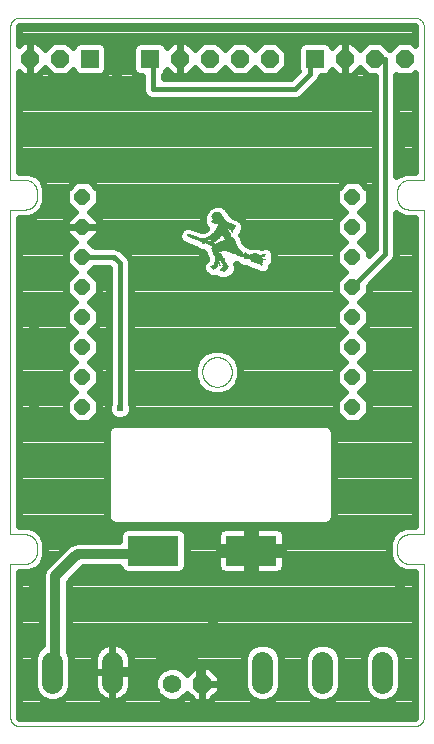
<source format=gbl>
G75*
%MOIN*%
%OFA0B0*%
%FSLAX25Y25*%
%IPPOS*%
%LPD*%
%AMOC8*
5,1,8,0,0,1.08239X$1,22.5*
%
%ADD10C,0.00000*%
%ADD11R,0.00100X0.00100*%
%ADD12R,0.00700X0.00100*%
%ADD13R,0.01500X0.00100*%
%ADD14R,0.01700X0.00100*%
%ADD15R,0.01800X0.00100*%
%ADD16R,0.02000X0.00100*%
%ADD17R,0.01900X0.00100*%
%ADD18R,0.00300X0.00100*%
%ADD19R,0.00600X0.00100*%
%ADD20R,0.01600X0.00100*%
%ADD21R,0.00900X0.00100*%
%ADD22R,0.01200X0.00100*%
%ADD23R,0.00200X0.00100*%
%ADD24R,0.01400X0.00100*%
%ADD25R,0.01100X0.00100*%
%ADD26R,0.02100X0.00100*%
%ADD27R,0.02300X0.00100*%
%ADD28R,0.02400X0.00100*%
%ADD29R,0.00400X0.00100*%
%ADD30R,0.02200X0.00100*%
%ADD31R,0.00500X0.00100*%
%ADD32R,0.01300X0.00100*%
%ADD33R,0.00800X0.00100*%
%ADD34R,0.02500X0.00100*%
%ADD35R,0.02700X0.00100*%
%ADD36R,0.02900X0.00100*%
%ADD37R,0.03100X0.00100*%
%ADD38R,0.03700X0.00100*%
%ADD39R,0.03800X0.00100*%
%ADD40R,0.03900X0.00100*%
%ADD41R,0.04000X0.00100*%
%ADD42R,0.05100X0.00100*%
%ADD43R,0.04800X0.00100*%
%ADD44R,0.04700X0.00100*%
%ADD45R,0.03000X0.00100*%
%ADD46R,0.06200X0.00100*%
%ADD47R,0.06000X0.00100*%
%ADD48R,0.07400X0.00100*%
%ADD49R,0.02800X0.00100*%
%ADD50R,0.07600X0.00100*%
%ADD51R,0.07700X0.00100*%
%ADD52R,0.08200X0.00100*%
%ADD53R,0.08600X0.00100*%
%ADD54R,0.05200X0.00100*%
%ADD55R,0.02600X0.00100*%
%ADD56R,0.01000X0.00100*%
%ADD57R,0.04100X0.00100*%
%ADD58R,0.03300X0.00100*%
%ADD59R,0.03600X0.00100*%
%ADD60R,0.04200X0.00100*%
%ADD61R,0.04400X0.00100*%
%ADD62R,0.04600X0.00100*%
%ADD63R,0.03200X0.00100*%
%ADD64R,0.05000X0.00100*%
%ADD65R,0.03500X0.00100*%
%ADD66R,0.09400X0.00100*%
%ADD67R,0.09300X0.00100*%
%ADD68R,0.09200X0.00100*%
%ADD69R,0.09100X0.00100*%
%ADD70R,0.09000X0.00100*%
%ADD71R,0.08900X0.00100*%
%ADD72R,0.08800X0.00100*%
%ADD73R,0.08700X0.00100*%
%ADD74R,0.08500X0.00100*%
%ADD75R,0.08400X0.00100*%
%ADD76R,0.08300X0.00100*%
%ADD77R,0.08100X0.00100*%
%ADD78R,0.06700X0.00100*%
%ADD79R,0.06400X0.00100*%
%ADD80R,0.05900X0.00100*%
%ADD81R,0.05700X0.00100*%
%ADD82R,0.05400X0.00100*%
%ADD83R,0.04300X0.00100*%
%ADD84R,0.04900X0.00100*%
%ADD85R,0.05600X0.00100*%
%ADD86R,0.06100X0.00100*%
%ADD87R,0.04500X0.00100*%
%ADD88R,0.03400X0.00100*%
%ADD89R,0.05800X0.00100*%
%ADD90R,0.05300X0.00100*%
%ADD91OC8,0.05150*%
%ADD92R,0.06000X0.06000*%
%ADD93OC8,0.06000*%
%ADD94OC8,0.06200*%
%ADD95C,0.06200*%
%ADD96R,0.16929X0.09843*%
%ADD97C,0.07050*%
%ADD98C,0.02400*%
%ADD99C,0.03200*%
%ADD100R,0.03562X0.03562*%
%ADD101C,0.01600*%
%ADD102C,0.02400*%
D10*
X0019610Y0005895D02*
X0019610Y0057029D01*
X0024532Y0057029D01*
X0024656Y0057031D01*
X0024779Y0057037D01*
X0024903Y0057046D01*
X0025025Y0057060D01*
X0025148Y0057077D01*
X0025270Y0057099D01*
X0025391Y0057124D01*
X0025511Y0057153D01*
X0025630Y0057185D01*
X0025749Y0057222D01*
X0025866Y0057262D01*
X0025981Y0057305D01*
X0026096Y0057353D01*
X0026208Y0057404D01*
X0026319Y0057458D01*
X0026429Y0057516D01*
X0026536Y0057577D01*
X0026642Y0057642D01*
X0026745Y0057710D01*
X0026846Y0057781D01*
X0026945Y0057855D01*
X0027042Y0057932D01*
X0027136Y0058013D01*
X0027227Y0058096D01*
X0027316Y0058182D01*
X0027402Y0058271D01*
X0027485Y0058362D01*
X0027566Y0058456D01*
X0027643Y0058553D01*
X0027717Y0058652D01*
X0027788Y0058753D01*
X0027856Y0058856D01*
X0027921Y0058962D01*
X0027982Y0059069D01*
X0028040Y0059179D01*
X0028094Y0059290D01*
X0028145Y0059402D01*
X0028193Y0059517D01*
X0028236Y0059632D01*
X0028276Y0059749D01*
X0028313Y0059868D01*
X0028345Y0059987D01*
X0028374Y0060107D01*
X0028399Y0060228D01*
X0028421Y0060350D01*
X0028438Y0060473D01*
X0028452Y0060595D01*
X0028461Y0060719D01*
X0028467Y0060842D01*
X0028469Y0060966D01*
X0028469Y0062934D01*
X0028467Y0063058D01*
X0028461Y0063181D01*
X0028452Y0063305D01*
X0028438Y0063427D01*
X0028421Y0063550D01*
X0028399Y0063672D01*
X0028374Y0063793D01*
X0028345Y0063913D01*
X0028313Y0064032D01*
X0028276Y0064151D01*
X0028236Y0064268D01*
X0028193Y0064383D01*
X0028145Y0064498D01*
X0028094Y0064610D01*
X0028040Y0064721D01*
X0027982Y0064831D01*
X0027921Y0064938D01*
X0027856Y0065044D01*
X0027788Y0065147D01*
X0027717Y0065248D01*
X0027643Y0065347D01*
X0027566Y0065444D01*
X0027485Y0065538D01*
X0027402Y0065629D01*
X0027316Y0065718D01*
X0027227Y0065804D01*
X0027136Y0065887D01*
X0027042Y0065968D01*
X0026945Y0066045D01*
X0026846Y0066119D01*
X0026745Y0066190D01*
X0026642Y0066258D01*
X0026536Y0066323D01*
X0026429Y0066384D01*
X0026319Y0066442D01*
X0026208Y0066496D01*
X0026096Y0066547D01*
X0025981Y0066595D01*
X0025866Y0066638D01*
X0025749Y0066678D01*
X0025630Y0066715D01*
X0025511Y0066747D01*
X0025391Y0066776D01*
X0025270Y0066801D01*
X0025148Y0066823D01*
X0025025Y0066840D01*
X0024903Y0066854D01*
X0024779Y0066863D01*
X0024656Y0066869D01*
X0024532Y0066871D01*
X0019610Y0066871D01*
X0019610Y0175139D01*
X0024532Y0175139D01*
X0024656Y0175141D01*
X0024779Y0175147D01*
X0024903Y0175156D01*
X0025025Y0175170D01*
X0025148Y0175187D01*
X0025270Y0175209D01*
X0025391Y0175234D01*
X0025511Y0175263D01*
X0025630Y0175295D01*
X0025749Y0175332D01*
X0025866Y0175372D01*
X0025981Y0175415D01*
X0026096Y0175463D01*
X0026208Y0175514D01*
X0026319Y0175568D01*
X0026429Y0175626D01*
X0026536Y0175687D01*
X0026642Y0175752D01*
X0026745Y0175820D01*
X0026846Y0175891D01*
X0026945Y0175965D01*
X0027042Y0176042D01*
X0027136Y0176123D01*
X0027227Y0176206D01*
X0027316Y0176292D01*
X0027402Y0176381D01*
X0027485Y0176472D01*
X0027566Y0176566D01*
X0027643Y0176663D01*
X0027717Y0176762D01*
X0027788Y0176863D01*
X0027856Y0176966D01*
X0027921Y0177072D01*
X0027982Y0177179D01*
X0028040Y0177289D01*
X0028094Y0177400D01*
X0028145Y0177512D01*
X0028193Y0177627D01*
X0028236Y0177742D01*
X0028276Y0177859D01*
X0028313Y0177978D01*
X0028345Y0178097D01*
X0028374Y0178217D01*
X0028399Y0178338D01*
X0028421Y0178460D01*
X0028438Y0178583D01*
X0028452Y0178705D01*
X0028461Y0178829D01*
X0028467Y0178952D01*
X0028469Y0179076D01*
X0028469Y0181045D01*
X0028467Y0181169D01*
X0028461Y0181292D01*
X0028452Y0181416D01*
X0028438Y0181538D01*
X0028421Y0181661D01*
X0028399Y0181783D01*
X0028374Y0181904D01*
X0028345Y0182024D01*
X0028313Y0182143D01*
X0028276Y0182262D01*
X0028236Y0182379D01*
X0028193Y0182494D01*
X0028145Y0182609D01*
X0028094Y0182721D01*
X0028040Y0182832D01*
X0027982Y0182942D01*
X0027921Y0183049D01*
X0027856Y0183155D01*
X0027788Y0183258D01*
X0027717Y0183359D01*
X0027643Y0183458D01*
X0027566Y0183555D01*
X0027485Y0183649D01*
X0027402Y0183740D01*
X0027316Y0183829D01*
X0027227Y0183915D01*
X0027136Y0183998D01*
X0027042Y0184079D01*
X0026945Y0184156D01*
X0026846Y0184230D01*
X0026745Y0184301D01*
X0026642Y0184369D01*
X0026536Y0184434D01*
X0026429Y0184495D01*
X0026319Y0184553D01*
X0026208Y0184607D01*
X0026096Y0184658D01*
X0025981Y0184706D01*
X0025866Y0184749D01*
X0025749Y0184789D01*
X0025630Y0184826D01*
X0025511Y0184858D01*
X0025391Y0184887D01*
X0025270Y0184912D01*
X0025148Y0184934D01*
X0025025Y0184951D01*
X0024903Y0184965D01*
X0024779Y0184974D01*
X0024656Y0184980D01*
X0024532Y0184982D01*
X0019610Y0184982D01*
X0019610Y0236130D01*
X0019612Y0236237D01*
X0019618Y0236344D01*
X0019628Y0236450D01*
X0019642Y0236556D01*
X0019659Y0236662D01*
X0019680Y0236766D01*
X0019705Y0236870D01*
X0019733Y0236973D01*
X0019765Y0237075D01*
X0019801Y0237176D01*
X0019841Y0237275D01*
X0019883Y0237373D01*
X0019930Y0237469D01*
X0019980Y0237564D01*
X0020033Y0237656D01*
X0020089Y0237747D01*
X0020149Y0237836D01*
X0020211Y0237922D01*
X0020277Y0238007D01*
X0020346Y0238088D01*
X0020417Y0238168D01*
X0020492Y0238244D01*
X0020569Y0238319D01*
X0020648Y0238390D01*
X0020731Y0238458D01*
X0020815Y0238523D01*
X0020902Y0238586D01*
X0020991Y0238645D01*
X0021082Y0238701D01*
X0021175Y0238753D01*
X0021270Y0238803D01*
X0021366Y0238849D01*
X0021464Y0238891D01*
X0021564Y0238930D01*
X0021665Y0238965D01*
X0021767Y0238997D01*
X0021870Y0239025D01*
X0021974Y0239049D01*
X0022079Y0239070D01*
X0022184Y0239087D01*
X0022290Y0239100D01*
X0022397Y0239109D01*
X0022503Y0239114D01*
X0022610Y0239116D01*
X0022610Y0239115D02*
X0154406Y0239115D01*
X0154406Y0239116D02*
X0154513Y0239114D01*
X0154619Y0239109D01*
X0154726Y0239100D01*
X0154832Y0239087D01*
X0154937Y0239070D01*
X0155042Y0239049D01*
X0155146Y0239025D01*
X0155249Y0238997D01*
X0155351Y0238965D01*
X0155452Y0238930D01*
X0155552Y0238891D01*
X0155650Y0238849D01*
X0155746Y0238803D01*
X0155841Y0238753D01*
X0155934Y0238701D01*
X0156025Y0238645D01*
X0156114Y0238586D01*
X0156201Y0238523D01*
X0156285Y0238458D01*
X0156368Y0238390D01*
X0156447Y0238319D01*
X0156524Y0238244D01*
X0156599Y0238168D01*
X0156670Y0238088D01*
X0156739Y0238007D01*
X0156805Y0237922D01*
X0156867Y0237836D01*
X0156927Y0237747D01*
X0156983Y0237656D01*
X0157036Y0237564D01*
X0157086Y0237469D01*
X0157133Y0237373D01*
X0157175Y0237275D01*
X0157215Y0237176D01*
X0157251Y0237075D01*
X0157283Y0236973D01*
X0157311Y0236870D01*
X0157336Y0236766D01*
X0157357Y0236662D01*
X0157374Y0236556D01*
X0157388Y0236450D01*
X0157398Y0236344D01*
X0157404Y0236237D01*
X0157406Y0236130D01*
X0157406Y0184982D01*
X0152485Y0184982D01*
X0152361Y0184980D01*
X0152238Y0184974D01*
X0152114Y0184965D01*
X0151992Y0184951D01*
X0151869Y0184934D01*
X0151747Y0184912D01*
X0151626Y0184887D01*
X0151506Y0184858D01*
X0151387Y0184826D01*
X0151268Y0184789D01*
X0151151Y0184749D01*
X0151036Y0184706D01*
X0150921Y0184658D01*
X0150809Y0184607D01*
X0150698Y0184553D01*
X0150588Y0184495D01*
X0150481Y0184434D01*
X0150375Y0184369D01*
X0150272Y0184301D01*
X0150171Y0184230D01*
X0150072Y0184156D01*
X0149975Y0184079D01*
X0149881Y0183998D01*
X0149790Y0183915D01*
X0149701Y0183829D01*
X0149615Y0183740D01*
X0149532Y0183649D01*
X0149451Y0183555D01*
X0149374Y0183458D01*
X0149300Y0183359D01*
X0149229Y0183258D01*
X0149161Y0183155D01*
X0149096Y0183049D01*
X0149035Y0182942D01*
X0148977Y0182832D01*
X0148923Y0182721D01*
X0148872Y0182609D01*
X0148824Y0182494D01*
X0148781Y0182379D01*
X0148741Y0182262D01*
X0148704Y0182143D01*
X0148672Y0182024D01*
X0148643Y0181904D01*
X0148618Y0181783D01*
X0148596Y0181661D01*
X0148579Y0181538D01*
X0148565Y0181416D01*
X0148556Y0181292D01*
X0148550Y0181169D01*
X0148548Y0181045D01*
X0148548Y0179076D01*
X0148550Y0178952D01*
X0148556Y0178829D01*
X0148565Y0178705D01*
X0148579Y0178583D01*
X0148596Y0178460D01*
X0148618Y0178338D01*
X0148643Y0178217D01*
X0148672Y0178097D01*
X0148704Y0177978D01*
X0148741Y0177859D01*
X0148781Y0177742D01*
X0148824Y0177627D01*
X0148872Y0177512D01*
X0148923Y0177400D01*
X0148977Y0177289D01*
X0149035Y0177179D01*
X0149096Y0177072D01*
X0149161Y0176966D01*
X0149229Y0176863D01*
X0149300Y0176762D01*
X0149374Y0176663D01*
X0149451Y0176566D01*
X0149532Y0176472D01*
X0149615Y0176381D01*
X0149701Y0176292D01*
X0149790Y0176206D01*
X0149881Y0176123D01*
X0149975Y0176042D01*
X0150072Y0175965D01*
X0150171Y0175891D01*
X0150272Y0175820D01*
X0150375Y0175752D01*
X0150481Y0175687D01*
X0150588Y0175626D01*
X0150698Y0175568D01*
X0150809Y0175514D01*
X0150921Y0175463D01*
X0151036Y0175415D01*
X0151151Y0175372D01*
X0151268Y0175332D01*
X0151387Y0175295D01*
X0151506Y0175263D01*
X0151626Y0175234D01*
X0151747Y0175209D01*
X0151869Y0175187D01*
X0151992Y0175170D01*
X0152114Y0175156D01*
X0152238Y0175147D01*
X0152361Y0175141D01*
X0152485Y0175139D01*
X0157406Y0175139D01*
X0157406Y0066871D01*
X0152485Y0066871D01*
X0152361Y0066869D01*
X0152238Y0066863D01*
X0152114Y0066854D01*
X0151992Y0066840D01*
X0151869Y0066823D01*
X0151747Y0066801D01*
X0151626Y0066776D01*
X0151506Y0066747D01*
X0151387Y0066715D01*
X0151268Y0066678D01*
X0151151Y0066638D01*
X0151036Y0066595D01*
X0150921Y0066547D01*
X0150809Y0066496D01*
X0150698Y0066442D01*
X0150588Y0066384D01*
X0150481Y0066323D01*
X0150375Y0066258D01*
X0150272Y0066190D01*
X0150171Y0066119D01*
X0150072Y0066045D01*
X0149975Y0065968D01*
X0149881Y0065887D01*
X0149790Y0065804D01*
X0149701Y0065718D01*
X0149615Y0065629D01*
X0149532Y0065538D01*
X0149451Y0065444D01*
X0149374Y0065347D01*
X0149300Y0065248D01*
X0149229Y0065147D01*
X0149161Y0065044D01*
X0149096Y0064938D01*
X0149035Y0064831D01*
X0148977Y0064721D01*
X0148923Y0064610D01*
X0148872Y0064498D01*
X0148824Y0064383D01*
X0148781Y0064268D01*
X0148741Y0064151D01*
X0148704Y0064032D01*
X0148672Y0063913D01*
X0148643Y0063793D01*
X0148618Y0063672D01*
X0148596Y0063550D01*
X0148579Y0063427D01*
X0148565Y0063305D01*
X0148556Y0063181D01*
X0148550Y0063058D01*
X0148548Y0062934D01*
X0148548Y0060966D01*
X0148550Y0060842D01*
X0148556Y0060719D01*
X0148565Y0060595D01*
X0148579Y0060473D01*
X0148596Y0060350D01*
X0148618Y0060228D01*
X0148643Y0060107D01*
X0148672Y0059987D01*
X0148704Y0059868D01*
X0148741Y0059749D01*
X0148781Y0059632D01*
X0148824Y0059517D01*
X0148872Y0059402D01*
X0148923Y0059290D01*
X0148977Y0059179D01*
X0149035Y0059069D01*
X0149096Y0058962D01*
X0149161Y0058856D01*
X0149229Y0058753D01*
X0149300Y0058652D01*
X0149374Y0058553D01*
X0149451Y0058456D01*
X0149532Y0058362D01*
X0149615Y0058271D01*
X0149701Y0058182D01*
X0149790Y0058096D01*
X0149881Y0058013D01*
X0149975Y0057932D01*
X0150072Y0057855D01*
X0150171Y0057781D01*
X0150272Y0057710D01*
X0150375Y0057642D01*
X0150481Y0057577D01*
X0150588Y0057516D01*
X0150698Y0057458D01*
X0150809Y0057404D01*
X0150921Y0057353D01*
X0151036Y0057305D01*
X0151151Y0057262D01*
X0151268Y0057222D01*
X0151387Y0057185D01*
X0151506Y0057153D01*
X0151626Y0057124D01*
X0151747Y0057099D01*
X0151869Y0057077D01*
X0151992Y0057060D01*
X0152114Y0057046D01*
X0152238Y0057037D01*
X0152361Y0057031D01*
X0152485Y0057029D01*
X0157406Y0057029D01*
X0157406Y0005895D01*
X0157404Y0005788D01*
X0157398Y0005681D01*
X0157389Y0005574D01*
X0157375Y0005468D01*
X0157358Y0005362D01*
X0157337Y0005257D01*
X0157313Y0005153D01*
X0157284Y0005050D01*
X0157252Y0004948D01*
X0157217Y0004847D01*
X0157178Y0004747D01*
X0157135Y0004649D01*
X0157089Y0004552D01*
X0157039Y0004457D01*
X0156986Y0004364D01*
X0156930Y0004273D01*
X0156870Y0004184D01*
X0156808Y0004097D01*
X0156742Y0004013D01*
X0156673Y0003930D01*
X0156602Y0003851D01*
X0156527Y0003774D01*
X0156450Y0003699D01*
X0156371Y0003628D01*
X0156288Y0003559D01*
X0156204Y0003493D01*
X0156117Y0003431D01*
X0156028Y0003371D01*
X0155937Y0003315D01*
X0155844Y0003262D01*
X0155749Y0003212D01*
X0155652Y0003166D01*
X0155554Y0003123D01*
X0155454Y0003084D01*
X0155353Y0003049D01*
X0155251Y0003017D01*
X0155148Y0002988D01*
X0155044Y0002964D01*
X0154939Y0002943D01*
X0154833Y0002926D01*
X0154727Y0002912D01*
X0154620Y0002903D01*
X0154513Y0002897D01*
X0154406Y0002895D01*
X0022610Y0002895D01*
X0022503Y0002897D01*
X0022396Y0002903D01*
X0022289Y0002912D01*
X0022183Y0002926D01*
X0022077Y0002943D01*
X0021972Y0002964D01*
X0021868Y0002988D01*
X0021765Y0003017D01*
X0021663Y0003049D01*
X0021562Y0003084D01*
X0021462Y0003123D01*
X0021364Y0003166D01*
X0021267Y0003212D01*
X0021172Y0003262D01*
X0021079Y0003315D01*
X0020988Y0003371D01*
X0020899Y0003431D01*
X0020812Y0003493D01*
X0020728Y0003559D01*
X0020645Y0003628D01*
X0020566Y0003699D01*
X0020489Y0003774D01*
X0020414Y0003851D01*
X0020343Y0003930D01*
X0020274Y0004013D01*
X0020208Y0004097D01*
X0020146Y0004184D01*
X0020086Y0004273D01*
X0020030Y0004364D01*
X0019977Y0004457D01*
X0019927Y0004552D01*
X0019881Y0004649D01*
X0019838Y0004747D01*
X0019799Y0004847D01*
X0019764Y0004948D01*
X0019732Y0005050D01*
X0019703Y0005153D01*
X0019679Y0005257D01*
X0019658Y0005362D01*
X0019641Y0005468D01*
X0019627Y0005574D01*
X0019618Y0005681D01*
X0019612Y0005788D01*
X0019610Y0005895D01*
X0083587Y0121005D02*
X0083589Y0121145D01*
X0083595Y0121285D01*
X0083605Y0121424D01*
X0083619Y0121563D01*
X0083637Y0121702D01*
X0083658Y0121840D01*
X0083684Y0121978D01*
X0083714Y0122115D01*
X0083747Y0122250D01*
X0083785Y0122385D01*
X0083826Y0122519D01*
X0083871Y0122652D01*
X0083919Y0122783D01*
X0083972Y0122912D01*
X0084028Y0123041D01*
X0084087Y0123167D01*
X0084151Y0123292D01*
X0084217Y0123415D01*
X0084288Y0123536D01*
X0084361Y0123655D01*
X0084438Y0123772D01*
X0084519Y0123886D01*
X0084602Y0123998D01*
X0084689Y0124108D01*
X0084779Y0124216D01*
X0084871Y0124320D01*
X0084967Y0124422D01*
X0085066Y0124522D01*
X0085167Y0124618D01*
X0085271Y0124712D01*
X0085378Y0124802D01*
X0085487Y0124889D01*
X0085599Y0124974D01*
X0085713Y0125055D01*
X0085829Y0125133D01*
X0085947Y0125207D01*
X0086068Y0125278D01*
X0086190Y0125346D01*
X0086315Y0125410D01*
X0086441Y0125471D01*
X0086568Y0125528D01*
X0086698Y0125581D01*
X0086829Y0125631D01*
X0086961Y0125676D01*
X0087094Y0125719D01*
X0087229Y0125757D01*
X0087364Y0125791D01*
X0087501Y0125822D01*
X0087638Y0125849D01*
X0087776Y0125871D01*
X0087915Y0125890D01*
X0088054Y0125905D01*
X0088193Y0125916D01*
X0088333Y0125923D01*
X0088473Y0125926D01*
X0088613Y0125925D01*
X0088753Y0125920D01*
X0088892Y0125911D01*
X0089032Y0125898D01*
X0089171Y0125881D01*
X0089309Y0125860D01*
X0089447Y0125836D01*
X0089584Y0125807D01*
X0089720Y0125775D01*
X0089855Y0125738D01*
X0089989Y0125698D01*
X0090122Y0125654D01*
X0090253Y0125606D01*
X0090383Y0125555D01*
X0090512Y0125500D01*
X0090639Y0125441D01*
X0090764Y0125378D01*
X0090887Y0125313D01*
X0091009Y0125243D01*
X0091128Y0125170D01*
X0091246Y0125094D01*
X0091361Y0125015D01*
X0091474Y0124932D01*
X0091584Y0124846D01*
X0091692Y0124757D01*
X0091797Y0124665D01*
X0091900Y0124570D01*
X0092000Y0124472D01*
X0092097Y0124372D01*
X0092191Y0124268D01*
X0092283Y0124162D01*
X0092371Y0124054D01*
X0092456Y0123943D01*
X0092538Y0123829D01*
X0092617Y0123713D01*
X0092692Y0123596D01*
X0092764Y0123476D01*
X0092832Y0123354D01*
X0092897Y0123230D01*
X0092959Y0123104D01*
X0093017Y0122977D01*
X0093071Y0122848D01*
X0093122Y0122717D01*
X0093168Y0122585D01*
X0093211Y0122452D01*
X0093251Y0122318D01*
X0093286Y0122183D01*
X0093318Y0122046D01*
X0093345Y0121909D01*
X0093369Y0121771D01*
X0093389Y0121633D01*
X0093405Y0121494D01*
X0093417Y0121354D01*
X0093425Y0121215D01*
X0093429Y0121075D01*
X0093429Y0120935D01*
X0093425Y0120795D01*
X0093417Y0120656D01*
X0093405Y0120516D01*
X0093389Y0120377D01*
X0093369Y0120239D01*
X0093345Y0120101D01*
X0093318Y0119964D01*
X0093286Y0119827D01*
X0093251Y0119692D01*
X0093211Y0119558D01*
X0093168Y0119425D01*
X0093122Y0119293D01*
X0093071Y0119162D01*
X0093017Y0119033D01*
X0092959Y0118906D01*
X0092897Y0118780D01*
X0092832Y0118656D01*
X0092764Y0118534D01*
X0092692Y0118414D01*
X0092617Y0118297D01*
X0092538Y0118181D01*
X0092456Y0118067D01*
X0092371Y0117956D01*
X0092283Y0117848D01*
X0092191Y0117742D01*
X0092097Y0117638D01*
X0092000Y0117538D01*
X0091900Y0117440D01*
X0091797Y0117345D01*
X0091692Y0117253D01*
X0091584Y0117164D01*
X0091474Y0117078D01*
X0091361Y0116995D01*
X0091246Y0116916D01*
X0091128Y0116840D01*
X0091009Y0116767D01*
X0090887Y0116697D01*
X0090764Y0116632D01*
X0090639Y0116569D01*
X0090512Y0116510D01*
X0090383Y0116455D01*
X0090253Y0116404D01*
X0090122Y0116356D01*
X0089989Y0116312D01*
X0089855Y0116272D01*
X0089720Y0116235D01*
X0089584Y0116203D01*
X0089447Y0116174D01*
X0089309Y0116150D01*
X0089171Y0116129D01*
X0089032Y0116112D01*
X0088892Y0116099D01*
X0088753Y0116090D01*
X0088613Y0116085D01*
X0088473Y0116084D01*
X0088333Y0116087D01*
X0088193Y0116094D01*
X0088054Y0116105D01*
X0087915Y0116120D01*
X0087776Y0116139D01*
X0087638Y0116161D01*
X0087501Y0116188D01*
X0087364Y0116219D01*
X0087229Y0116253D01*
X0087094Y0116291D01*
X0086961Y0116334D01*
X0086829Y0116379D01*
X0086698Y0116429D01*
X0086568Y0116482D01*
X0086441Y0116539D01*
X0086315Y0116600D01*
X0086190Y0116664D01*
X0086068Y0116732D01*
X0085947Y0116803D01*
X0085829Y0116877D01*
X0085713Y0116955D01*
X0085599Y0117036D01*
X0085487Y0117121D01*
X0085378Y0117208D01*
X0085271Y0117298D01*
X0085167Y0117392D01*
X0085066Y0117488D01*
X0084967Y0117588D01*
X0084871Y0117690D01*
X0084779Y0117794D01*
X0084689Y0117902D01*
X0084602Y0118012D01*
X0084519Y0118124D01*
X0084438Y0118238D01*
X0084361Y0118355D01*
X0084288Y0118474D01*
X0084217Y0118595D01*
X0084151Y0118718D01*
X0084087Y0118843D01*
X0084028Y0118969D01*
X0083972Y0119098D01*
X0083919Y0119227D01*
X0083871Y0119358D01*
X0083826Y0119491D01*
X0083785Y0119625D01*
X0083747Y0119760D01*
X0083714Y0119895D01*
X0083684Y0120032D01*
X0083658Y0120170D01*
X0083637Y0120308D01*
X0083619Y0120447D01*
X0083605Y0120586D01*
X0083595Y0120725D01*
X0083589Y0120865D01*
X0083587Y0121005D01*
D11*
X0090996Y0154378D03*
X0097996Y0160678D03*
X0093796Y0167278D03*
X0093796Y0167378D03*
X0083896Y0163778D03*
D12*
X0090796Y0154478D03*
X0098096Y0160378D03*
X0100996Y0160278D03*
X0093596Y0167978D03*
D13*
X0093296Y0168478D03*
X0088696Y0173978D03*
X0079196Y0166478D03*
X0088496Y0157378D03*
X0087996Y0156478D03*
X0087996Y0156378D03*
X0090496Y0157578D03*
X0090496Y0157678D03*
X0090396Y0157778D03*
X0090896Y0155378D03*
X0090596Y0154578D03*
D14*
X0090596Y0154678D03*
X0090796Y0155178D03*
X0091296Y0156178D03*
X0091296Y0156278D03*
X0091296Y0156378D03*
X0090296Y0157978D03*
X0090296Y0158078D03*
X0090196Y0158178D03*
X0090196Y0158278D03*
X0088496Y0157278D03*
D15*
X0088446Y0157178D03*
X0087846Y0156178D03*
X0090746Y0155078D03*
X0090646Y0154778D03*
X0091346Y0156078D03*
X0090146Y0158378D03*
X0090046Y0158478D03*
X0090046Y0158578D03*
X0087046Y0164278D03*
X0087146Y0164378D03*
X0079346Y0166378D03*
X0088646Y0173878D03*
D16*
X0093346Y0168578D03*
X0087646Y0164878D03*
X0087546Y0164778D03*
X0087446Y0164678D03*
X0087346Y0164578D03*
X0079546Y0166278D03*
X0087746Y0156078D03*
X0090646Y0154878D03*
D17*
X0090696Y0154978D03*
X0087596Y0155578D03*
X0087196Y0164478D03*
X0101096Y0160078D03*
D18*
X0103596Y0156478D03*
X0097696Y0158578D03*
X0097996Y0160578D03*
X0092196Y0155778D03*
X0092096Y0155878D03*
X0092296Y0155578D03*
X0089696Y0156378D03*
X0089596Y0156478D03*
X0089496Y0156578D03*
X0089396Y0156778D03*
X0089296Y0156978D03*
X0089196Y0157078D03*
X0087396Y0155078D03*
X0093696Y0167578D03*
D19*
X0087746Y0170378D03*
X0087446Y0155178D03*
X0103046Y0156878D03*
D20*
X0091246Y0156578D03*
X0091246Y0156478D03*
X0090846Y0155278D03*
X0090346Y0157878D03*
X0087946Y0156278D03*
X0087546Y0155478D03*
D21*
X0087496Y0155278D03*
X0097996Y0158678D03*
D22*
X0091046Y0155978D03*
X0090946Y0155578D03*
X0088546Y0157578D03*
X0088446Y0158578D03*
X0087546Y0155378D03*
D23*
X0089646Y0156278D03*
X0089446Y0156678D03*
X0089346Y0156878D03*
X0092246Y0155678D03*
X0092246Y0155478D03*
X0103646Y0156378D03*
X0094246Y0168478D03*
X0093746Y0167478D03*
X0087746Y0170278D03*
D24*
X0088546Y0157478D03*
X0088246Y0157078D03*
X0088146Y0156978D03*
X0088146Y0156878D03*
X0088046Y0156778D03*
X0088046Y0156678D03*
X0088046Y0156578D03*
X0090546Y0157478D03*
X0090646Y0157378D03*
X0090746Y0157278D03*
X0090846Y0157178D03*
X0091246Y0156678D03*
X0090946Y0155478D03*
X0101046Y0160178D03*
D25*
X0102596Y0157078D03*
X0090996Y0155878D03*
X0090996Y0155778D03*
X0090996Y0155678D03*
X0088596Y0157678D03*
X0088496Y0157778D03*
X0088496Y0157878D03*
X0088496Y0157978D03*
X0088496Y0158078D03*
X0088496Y0158178D03*
X0088496Y0158278D03*
X0088496Y0158378D03*
X0088496Y0158478D03*
X0079096Y0166578D03*
D26*
X0087796Y0164978D03*
X0087896Y0165078D03*
X0087996Y0165178D03*
X0088096Y0165278D03*
X0088596Y0173778D03*
X0087596Y0155678D03*
D27*
X0087596Y0155778D03*
X0088396Y0160478D03*
X0088296Y0160578D03*
X0079896Y0166078D03*
X0079696Y0166178D03*
X0088596Y0173678D03*
X0102696Y0157178D03*
D28*
X0101146Y0159978D03*
X0088546Y0160278D03*
X0088446Y0160378D03*
X0088246Y0160878D03*
X0087546Y0155878D03*
X0080446Y0165878D03*
X0080146Y0165978D03*
D29*
X0078846Y0166778D03*
X0084246Y0163778D03*
X0093646Y0167678D03*
X0093646Y0167778D03*
X0098046Y0160478D03*
X0092046Y0155978D03*
X0103346Y0156678D03*
X0103446Y0156578D03*
D30*
X0088246Y0160678D03*
X0088146Y0160778D03*
X0087646Y0155978D03*
D31*
X0093596Y0167878D03*
X0104496Y0159978D03*
X0103196Y0156778D03*
D32*
X0093496Y0168278D03*
X0093396Y0168378D03*
X0090896Y0157078D03*
X0090996Y0156978D03*
X0091096Y0156878D03*
X0091196Y0156778D03*
D33*
X0098146Y0160278D03*
X0102846Y0156978D03*
X0093546Y0168078D03*
X0078946Y0166678D03*
D34*
X0080696Y0165778D03*
X0080996Y0165678D03*
X0088596Y0160178D03*
X0088696Y0159978D03*
X0088596Y0173578D03*
X0102396Y0157278D03*
D35*
X0102096Y0157378D03*
X0092096Y0165778D03*
X0091796Y0165978D03*
X0086596Y0163578D03*
X0088896Y0159678D03*
X0088896Y0159578D03*
X0088996Y0159478D03*
X0081796Y0165378D03*
X0088596Y0173478D03*
D36*
X0088596Y0173378D03*
X0088596Y0173278D03*
X0091596Y0166178D03*
X0091696Y0166078D03*
X0092296Y0165678D03*
X0088396Y0160978D03*
X0089096Y0159278D03*
X0089196Y0159078D03*
X0089196Y0158978D03*
X0089296Y0158878D03*
X0101996Y0157478D03*
D37*
X0101896Y0157578D03*
X0101696Y0157678D03*
X0095596Y0160278D03*
X0092696Y0165078D03*
X0092596Y0165278D03*
X0092496Y0165478D03*
X0091496Y0166278D03*
X0084496Y0164278D03*
X0088596Y0173178D03*
D38*
X0088596Y0172678D03*
X0087696Y0166078D03*
X0097296Y0159778D03*
X0101796Y0157878D03*
X0101896Y0157778D03*
D39*
X0101746Y0157978D03*
X0097146Y0159878D03*
X0095146Y0160578D03*
X0092546Y0164678D03*
X0087646Y0165978D03*
X0088746Y0161278D03*
X0088646Y0172578D03*
D40*
X0088696Y0172478D03*
X0088696Y0172378D03*
X0090096Y0168578D03*
X0089996Y0168478D03*
X0087496Y0165878D03*
X0096896Y0159978D03*
X0101696Y0158078D03*
D41*
X0101646Y0158178D03*
X0094946Y0160678D03*
X0090046Y0168378D03*
X0088746Y0172278D03*
X0085446Y0163978D03*
D42*
X0083796Y0165078D03*
X0089296Y0170878D03*
X0089896Y0170578D03*
X0091496Y0169878D03*
X0092096Y0164178D03*
X0093796Y0161278D03*
X0101996Y0158378D03*
X0102096Y0158278D03*
D43*
X0101746Y0158478D03*
X0101646Y0158578D03*
X0094146Y0161078D03*
X0090046Y0167678D03*
X0090046Y0167778D03*
X0089146Y0171178D03*
D44*
X0091196Y0170178D03*
X0092296Y0164378D03*
X0085396Y0164178D03*
X0101496Y0158678D03*
D45*
X0101246Y0159878D03*
X0095846Y0160178D03*
X0092546Y0165378D03*
X0092446Y0165578D03*
X0089346Y0158778D03*
X0089346Y0158678D03*
D46*
X0091746Y0163778D03*
X0089846Y0166678D03*
X0091346Y0168778D03*
X0100546Y0159078D03*
X0100546Y0158878D03*
X0100646Y0158778D03*
D47*
X0100446Y0158978D03*
X0089946Y0166778D03*
X0091246Y0168678D03*
X0091646Y0169178D03*
D48*
X0100946Y0159178D03*
D49*
X0089146Y0159178D03*
X0089046Y0159378D03*
X0084346Y0164378D03*
X0084146Y0164478D03*
X0083946Y0164578D03*
D50*
X0100746Y0159278D03*
D51*
X0100496Y0159378D03*
X0100196Y0159478D03*
D52*
X0100146Y0159578D03*
D53*
X0100046Y0159678D03*
X0091046Y0162478D03*
D54*
X0090046Y0167378D03*
X0089646Y0170678D03*
X0101946Y0159778D03*
D55*
X0091846Y0165878D03*
X0088646Y0160078D03*
X0088746Y0159878D03*
X0088846Y0159778D03*
X0086346Y0163678D03*
X0086046Y0163778D03*
X0081546Y0165478D03*
X0081246Y0165578D03*
D56*
X0088746Y0174078D03*
X0093546Y0168178D03*
X0098146Y0160178D03*
X0104146Y0159878D03*
D57*
X0096696Y0160078D03*
X0092496Y0164578D03*
X0088796Y0172178D03*
X0087396Y0165778D03*
X0083796Y0164878D03*
D58*
X0087996Y0166378D03*
X0091396Y0166478D03*
X0092796Y0164878D03*
X0095396Y0160378D03*
X0088596Y0172978D03*
X0088596Y0173078D03*
D59*
X0088646Y0172778D03*
X0083846Y0164778D03*
X0085546Y0163878D03*
X0095246Y0160478D03*
D60*
X0094746Y0160778D03*
X0090046Y0168278D03*
X0090846Y0170378D03*
X0089046Y0171678D03*
X0088946Y0171878D03*
X0088846Y0171978D03*
X0088846Y0172078D03*
X0087246Y0165678D03*
D61*
X0087146Y0165578D03*
X0090046Y0168078D03*
X0089146Y0171478D03*
X0094546Y0160878D03*
D62*
X0094346Y0160978D03*
X0090046Y0167878D03*
X0090046Y0167978D03*
X0091046Y0170278D03*
X0089146Y0171278D03*
X0083746Y0164978D03*
D63*
X0083846Y0164678D03*
X0088046Y0166478D03*
X0091446Y0166378D03*
X0092646Y0165178D03*
X0092746Y0164978D03*
X0088546Y0161078D03*
D64*
X0093946Y0161178D03*
X0090046Y0167478D03*
X0090046Y0167578D03*
X0091446Y0169978D03*
X0089546Y0170778D03*
X0089246Y0170978D03*
D65*
X0088596Y0172878D03*
X0087796Y0166178D03*
X0088696Y0161178D03*
X0092696Y0164778D03*
D66*
X0090246Y0163378D03*
X0091446Y0161578D03*
X0091546Y0161378D03*
D67*
X0091496Y0161478D03*
X0091396Y0161678D03*
X0090196Y0163478D03*
D68*
X0090346Y0163278D03*
X0090446Y0163178D03*
X0091346Y0161778D03*
D69*
X0091296Y0161878D03*
D70*
X0091246Y0161978D03*
D71*
X0091196Y0162078D03*
X0091196Y0162178D03*
X0090596Y0163078D03*
D72*
X0091146Y0162278D03*
D73*
X0091096Y0162378D03*
D74*
X0091096Y0162578D03*
D75*
X0091046Y0162678D03*
D76*
X0091096Y0162778D03*
D77*
X0091096Y0162878D03*
X0090996Y0162978D03*
D78*
X0091496Y0163578D03*
D79*
X0091646Y0163678D03*
X0089846Y0166578D03*
D80*
X0091396Y0168978D03*
X0091796Y0169478D03*
X0091796Y0163878D03*
X0086196Y0165378D03*
D81*
X0089996Y0166978D03*
X0091796Y0169578D03*
X0091896Y0163978D03*
D82*
X0092046Y0164078D03*
X0090046Y0167178D03*
X0091646Y0169678D03*
D83*
X0089996Y0168178D03*
X0089096Y0171578D03*
X0088996Y0171778D03*
X0092396Y0164478D03*
X0085496Y0164078D03*
D84*
X0089196Y0171078D03*
X0091296Y0170078D03*
X0092196Y0164278D03*
D85*
X0090046Y0167078D03*
X0083746Y0165178D03*
D86*
X0083796Y0165278D03*
X0091396Y0168878D03*
D87*
X0089096Y0171378D03*
X0086996Y0165478D03*
D88*
X0087846Y0166278D03*
D89*
X0089946Y0166878D03*
X0091446Y0169078D03*
X0091646Y0169278D03*
X0091746Y0169378D03*
D90*
X0091596Y0169778D03*
X0089996Y0170478D03*
X0090096Y0167278D03*
D91*
X0133658Y0169450D03*
X0133658Y0159450D03*
X0133658Y0149450D03*
X0133658Y0139450D03*
X0133658Y0129450D03*
X0133658Y0119450D03*
X0133658Y0109450D03*
X0133658Y0179450D03*
X0043658Y0179450D03*
X0043658Y0169450D03*
X0043658Y0159450D03*
X0043658Y0149450D03*
X0043658Y0139450D03*
X0043658Y0129450D03*
X0043658Y0119450D03*
X0043658Y0109450D03*
D92*
X0046110Y0225395D03*
X0066110Y0225395D03*
X0121110Y0225395D03*
D93*
X0131110Y0225395D03*
X0141110Y0225395D03*
X0151110Y0225395D03*
X0106110Y0225395D03*
X0096110Y0225395D03*
X0086110Y0225395D03*
X0076110Y0225395D03*
X0036110Y0225395D03*
X0026110Y0225395D03*
D94*
X0083508Y0017050D03*
D95*
X0073508Y0017050D03*
D96*
X0067170Y0061450D03*
X0099847Y0061450D03*
D97*
X0103658Y0024475D02*
X0103658Y0017425D01*
X0123658Y0017425D02*
X0123658Y0024475D01*
X0143658Y0024475D02*
X0143658Y0017425D01*
X0053658Y0017425D02*
X0053658Y0024475D01*
X0033658Y0024475D02*
X0033658Y0017425D01*
D98*
X0027863Y0014888D02*
X0022410Y0014888D01*
X0022410Y0017286D02*
X0027333Y0017286D01*
X0027333Y0016167D02*
X0028296Y0013842D01*
X0030075Y0012063D01*
X0032400Y0011100D01*
X0034916Y0011100D01*
X0037241Y0012063D01*
X0039020Y0013842D01*
X0039983Y0016167D01*
X0039983Y0025733D01*
X0039020Y0028058D01*
X0039010Y0028068D01*
X0039010Y0051072D01*
X0043933Y0055995D01*
X0055905Y0055995D01*
X0055905Y0055972D01*
X0056331Y0054943D01*
X0057119Y0054155D01*
X0058148Y0053729D01*
X0076191Y0053729D01*
X0077220Y0054155D01*
X0078008Y0054943D01*
X0078434Y0055972D01*
X0078434Y0066928D01*
X0078008Y0067957D01*
X0077220Y0068745D01*
X0076191Y0069171D01*
X0058148Y0069171D01*
X0057119Y0068745D01*
X0056331Y0067957D01*
X0055905Y0066928D01*
X0055905Y0064795D01*
X0041881Y0064795D01*
X0039161Y0063668D01*
X0038739Y0063246D01*
X0032118Y0056625D01*
X0030880Y0055387D01*
X0030210Y0053770D01*
X0030210Y0029893D01*
X0030075Y0029837D01*
X0028296Y0028058D01*
X0027333Y0025733D01*
X0027333Y0016167D01*
X0029649Y0012489D02*
X0022410Y0012489D01*
X0022410Y0010091D02*
X0154606Y0010091D01*
X0154606Y0012489D02*
X0147667Y0012489D01*
X0147241Y0012063D02*
X0149020Y0013842D01*
X0149983Y0016167D01*
X0149983Y0025733D01*
X0149020Y0028058D01*
X0147241Y0029837D01*
X0144916Y0030800D01*
X0142400Y0030800D01*
X0140075Y0029837D01*
X0138296Y0028058D01*
X0137333Y0025733D01*
X0137333Y0016167D01*
X0138296Y0013842D01*
X0140075Y0012063D01*
X0142400Y0011100D01*
X0144916Y0011100D01*
X0147241Y0012063D01*
X0149453Y0014888D02*
X0154606Y0014888D01*
X0154606Y0017286D02*
X0149983Y0017286D01*
X0149983Y0019685D02*
X0154606Y0019685D01*
X0154606Y0022083D02*
X0149983Y0022083D01*
X0149983Y0024482D02*
X0154606Y0024482D01*
X0154606Y0026880D02*
X0149508Y0026880D01*
X0147799Y0029279D02*
X0154606Y0029279D01*
X0154606Y0031677D02*
X0039010Y0031677D01*
X0039010Y0029279D02*
X0049517Y0029279D01*
X0049538Y0029299D02*
X0048834Y0028595D01*
X0048249Y0027790D01*
X0047797Y0026903D01*
X0047489Y0025956D01*
X0047333Y0024973D01*
X0047333Y0020950D01*
X0053658Y0020950D01*
X0053658Y0020950D01*
X0047333Y0020950D01*
X0047333Y0016927D01*
X0047489Y0015944D01*
X0047797Y0014997D01*
X0048249Y0014110D01*
X0048834Y0013305D01*
X0049538Y0012601D01*
X0050343Y0012015D01*
X0051230Y0011563D01*
X0052177Y0011256D01*
X0053160Y0011100D01*
X0053658Y0011100D01*
X0053658Y0020950D01*
X0053658Y0030800D01*
X0053160Y0030800D01*
X0052177Y0030644D01*
X0051230Y0030337D01*
X0050343Y0029885D01*
X0049538Y0029299D01*
X0047789Y0026880D02*
X0039508Y0026880D01*
X0039983Y0024482D02*
X0047333Y0024482D01*
X0047333Y0022083D02*
X0039983Y0022083D01*
X0039983Y0019685D02*
X0047333Y0019685D01*
X0047333Y0017286D02*
X0039983Y0017286D01*
X0039453Y0014888D02*
X0047852Y0014888D01*
X0049691Y0012489D02*
X0037667Y0012489D01*
X0027333Y0019685D02*
X0022410Y0019685D01*
X0022410Y0022083D02*
X0027333Y0022083D01*
X0027333Y0024482D02*
X0022410Y0024482D01*
X0022410Y0026880D02*
X0027808Y0026880D01*
X0029517Y0029279D02*
X0022410Y0029279D01*
X0022410Y0031677D02*
X0030210Y0031677D01*
X0030210Y0034076D02*
X0022410Y0034076D01*
X0022410Y0036474D02*
X0030210Y0036474D01*
X0030210Y0038873D02*
X0022410Y0038873D01*
X0022410Y0041271D02*
X0030210Y0041271D01*
X0030210Y0043670D02*
X0022410Y0043670D01*
X0022410Y0046068D02*
X0030210Y0046068D01*
X0030210Y0048467D02*
X0022410Y0048467D01*
X0022410Y0050865D02*
X0030210Y0050865D01*
X0030210Y0053264D02*
X0022410Y0053264D01*
X0022410Y0054229D02*
X0025872Y0054229D01*
X0028348Y0055255D01*
X0030243Y0057150D01*
X0031269Y0059626D01*
X0031269Y0064274D01*
X0030243Y0066751D01*
X0028348Y0068646D01*
X0025872Y0069671D01*
X0022410Y0069671D01*
X0022410Y0172339D01*
X0025872Y0172339D01*
X0028348Y0173365D01*
X0030243Y0175260D01*
X0031269Y0177736D01*
X0031269Y0182385D01*
X0030243Y0184861D01*
X0028348Y0186756D01*
X0025872Y0187782D01*
X0022410Y0187782D01*
X0022410Y0220893D01*
X0023708Y0219595D01*
X0026110Y0219595D01*
X0026110Y0225395D01*
X0026110Y0231195D01*
X0023708Y0231195D01*
X0022410Y0229897D01*
X0022410Y0236123D01*
X0022414Y0236161D01*
X0022443Y0236230D01*
X0022497Y0236283D01*
X0022566Y0236312D01*
X0022604Y0236315D01*
X0022609Y0236315D01*
X0023161Y0236314D01*
X0023164Y0236315D01*
X0153852Y0236315D01*
X0153856Y0236314D01*
X0154408Y0236315D01*
X0154413Y0236315D01*
X0154450Y0236312D01*
X0154520Y0236283D01*
X0154573Y0236230D01*
X0154602Y0236161D01*
X0154606Y0236123D01*
X0154606Y0230102D01*
X0153513Y0231195D01*
X0148708Y0231195D01*
X0146162Y0228649D01*
X0145986Y0228722D01*
X0143513Y0231195D01*
X0138708Y0231195D01*
X0136110Y0228597D01*
X0133513Y0231195D01*
X0131111Y0231195D01*
X0131111Y0225395D01*
X0131111Y0219595D01*
X0133513Y0219595D01*
X0136110Y0222193D01*
X0138708Y0219595D01*
X0141010Y0219595D01*
X0141010Y0161886D01*
X0139033Y0159909D01*
X0139033Y0161676D01*
X0136259Y0164450D01*
X0139033Y0167224D01*
X0139033Y0171676D01*
X0136259Y0174450D01*
X0139033Y0177224D01*
X0139033Y0181676D01*
X0135884Y0184825D01*
X0131432Y0184825D01*
X0128283Y0181676D01*
X0128283Y0177224D01*
X0131057Y0174450D01*
X0128283Y0171676D01*
X0128283Y0167224D01*
X0131057Y0164450D01*
X0128283Y0161676D01*
X0128283Y0157224D01*
X0131057Y0154450D01*
X0128283Y0151676D01*
X0128283Y0147224D01*
X0131057Y0144450D01*
X0128283Y0141676D01*
X0128283Y0137224D01*
X0131057Y0134450D01*
X0128283Y0131676D01*
X0128283Y0127224D01*
X0131057Y0124450D01*
X0128283Y0121676D01*
X0128283Y0117224D01*
X0131057Y0114450D01*
X0128283Y0111676D01*
X0128283Y0107224D01*
X0131432Y0104075D01*
X0135884Y0104075D01*
X0139033Y0107224D01*
X0139033Y0111676D01*
X0136259Y0114450D01*
X0139033Y0117224D01*
X0139033Y0121676D01*
X0136259Y0124450D01*
X0139033Y0127224D01*
X0139033Y0131676D01*
X0136259Y0134450D01*
X0139033Y0137224D01*
X0139033Y0141676D01*
X0136259Y0144450D01*
X0139033Y0147224D01*
X0139033Y0149726D01*
X0146650Y0157343D01*
X0147662Y0158356D01*
X0148210Y0159679D01*
X0148210Y0173823D01*
X0148668Y0173365D01*
X0148668Y0173365D01*
X0148668Y0173365D01*
X0151144Y0172339D01*
X0154606Y0172339D01*
X0154606Y0069671D01*
X0151144Y0069671D01*
X0148668Y0068646D01*
X0146773Y0066751D01*
X0146773Y0066751D01*
X0145748Y0064274D01*
X0145748Y0059626D01*
X0146773Y0057150D01*
X0146773Y0057150D01*
X0148668Y0055255D01*
X0148668Y0055255D01*
X0151144Y0054229D01*
X0154606Y0054229D01*
X0154606Y0005895D01*
X0154602Y0005856D01*
X0154572Y0005784D01*
X0154517Y0005729D01*
X0154445Y0005699D01*
X0154406Y0005695D01*
X0022610Y0005695D01*
X0022571Y0005699D01*
X0022499Y0005729D01*
X0022444Y0005784D01*
X0022414Y0005856D01*
X0022410Y0005895D01*
X0022410Y0054229D01*
X0028348Y0055255D02*
X0028348Y0055255D01*
X0028756Y0055662D02*
X0031155Y0055662D01*
X0030243Y0057150D02*
X0030243Y0057150D01*
X0030620Y0058061D02*
X0033554Y0058061D01*
X0031269Y0060459D02*
X0035952Y0060459D01*
X0038351Y0062858D02*
X0031269Y0062858D01*
X0030862Y0065256D02*
X0055905Y0065256D01*
X0056206Y0067655D02*
X0029339Y0067655D01*
X0030243Y0066751D02*
X0030243Y0066751D01*
X0028348Y0068646D02*
X0028348Y0068646D01*
X0022410Y0070053D02*
X0154606Y0070053D01*
X0154606Y0072452D02*
X0127410Y0072452D01*
X0127410Y0072338D02*
X0126984Y0071309D01*
X0126197Y0070521D01*
X0125167Y0070095D01*
X0054054Y0070095D01*
X0053024Y0070521D01*
X0052237Y0071309D01*
X0051810Y0072338D01*
X0051810Y0101452D01*
X0052237Y0102481D01*
X0053024Y0103269D01*
X0054054Y0103695D01*
X0125167Y0103695D01*
X0126197Y0103269D01*
X0126984Y0102481D01*
X0127410Y0101452D01*
X0127410Y0072338D01*
X0127410Y0074850D02*
X0154606Y0074850D01*
X0154606Y0077249D02*
X0127410Y0077249D01*
X0127410Y0079647D02*
X0154606Y0079647D01*
X0154606Y0082046D02*
X0127410Y0082046D01*
X0127410Y0084444D02*
X0154606Y0084444D01*
X0154606Y0086843D02*
X0127410Y0086843D01*
X0127410Y0089241D02*
X0154606Y0089241D01*
X0154606Y0091640D02*
X0127410Y0091640D01*
X0127410Y0094038D02*
X0154606Y0094038D01*
X0154606Y0096437D02*
X0127410Y0096437D01*
X0127410Y0098835D02*
X0154606Y0098835D01*
X0154606Y0101234D02*
X0127410Y0101234D01*
X0125318Y0103632D02*
X0154606Y0103632D01*
X0154606Y0106031D02*
X0137840Y0106031D01*
X0139033Y0108430D02*
X0154606Y0108430D01*
X0154606Y0110828D02*
X0139033Y0110828D01*
X0137483Y0113227D02*
X0154606Y0113227D01*
X0154606Y0115625D02*
X0137434Y0115625D01*
X0139033Y0118024D02*
X0154606Y0118024D01*
X0154606Y0120422D02*
X0139033Y0120422D01*
X0137889Y0122821D02*
X0154606Y0122821D01*
X0154606Y0125219D02*
X0137028Y0125219D01*
X0139033Y0127618D02*
X0154606Y0127618D01*
X0154606Y0130016D02*
X0139033Y0130016D01*
X0138295Y0132415D02*
X0154606Y0132415D01*
X0154606Y0134813D02*
X0136622Y0134813D01*
X0139021Y0137212D02*
X0154606Y0137212D01*
X0154606Y0139610D02*
X0139033Y0139610D01*
X0138701Y0142009D02*
X0154606Y0142009D01*
X0154606Y0144407D02*
X0136302Y0144407D01*
X0138615Y0146806D02*
X0154606Y0146806D01*
X0154606Y0149204D02*
X0139033Y0149204D01*
X0140909Y0151603D02*
X0154606Y0151603D01*
X0154606Y0154001D02*
X0143308Y0154001D01*
X0145706Y0156400D02*
X0154606Y0156400D01*
X0154606Y0158798D02*
X0147846Y0158798D01*
X0148210Y0161197D02*
X0154606Y0161197D01*
X0154606Y0163595D02*
X0148210Y0163595D01*
X0148210Y0165994D02*
X0154606Y0165994D01*
X0154606Y0168392D02*
X0148210Y0168392D01*
X0148210Y0170791D02*
X0154606Y0170791D01*
X0149092Y0173189D02*
X0148210Y0173189D01*
X0141010Y0173189D02*
X0137520Y0173189D01*
X0137397Y0175588D02*
X0141010Y0175588D01*
X0141010Y0177986D02*
X0139033Y0177986D01*
X0139033Y0180385D02*
X0141010Y0180385D01*
X0141010Y0182783D02*
X0137926Y0182783D01*
X0141010Y0185182D02*
X0029922Y0185182D01*
X0030243Y0184861D02*
X0030243Y0184861D01*
X0031104Y0182783D02*
X0039390Y0182783D01*
X0038283Y0181676D02*
X0041432Y0184825D01*
X0045884Y0184825D01*
X0049033Y0181676D01*
X0049033Y0177224D01*
X0046259Y0174450D01*
X0049033Y0171676D01*
X0049033Y0169450D01*
X0043658Y0169450D01*
X0043658Y0169450D01*
X0038283Y0169450D01*
X0038283Y0167224D01*
X0041057Y0164450D01*
X0038283Y0161676D01*
X0038283Y0157224D01*
X0041057Y0154450D01*
X0038283Y0151676D01*
X0038283Y0147224D01*
X0041057Y0144450D01*
X0038283Y0141676D01*
X0038283Y0137224D01*
X0041057Y0134450D01*
X0038283Y0131676D01*
X0038283Y0127224D01*
X0041057Y0124450D01*
X0038283Y0121676D01*
X0038283Y0117224D01*
X0041057Y0114450D01*
X0038283Y0111676D01*
X0038283Y0107224D01*
X0041432Y0104075D01*
X0045884Y0104075D01*
X0049033Y0107224D01*
X0049033Y0111676D01*
X0046259Y0114450D01*
X0049033Y0117224D01*
X0049033Y0121676D01*
X0046259Y0124450D01*
X0049033Y0127224D01*
X0049033Y0131676D01*
X0046259Y0134450D01*
X0049033Y0137224D01*
X0049033Y0141676D01*
X0046259Y0144450D01*
X0049033Y0147224D01*
X0049033Y0151676D01*
X0046259Y0154450D01*
X0047604Y0155795D01*
X0052510Y0155795D01*
X0052510Y0110656D01*
X0052110Y0109691D01*
X0052110Y0108099D01*
X0052719Y0106629D01*
X0053845Y0105504D01*
X0055315Y0104895D01*
X0056906Y0104895D01*
X0058376Y0105504D01*
X0059502Y0106629D01*
X0060110Y0108099D01*
X0060110Y0109691D01*
X0059710Y0110656D01*
X0059710Y0158111D01*
X0059162Y0159434D01*
X0058150Y0160447D01*
X0057028Y0161568D01*
X0056606Y0161990D01*
X0054181Y0162995D01*
X0047714Y0162995D01*
X0046259Y0164450D01*
X0049033Y0167224D01*
X0049033Y0169450D01*
X0043658Y0169450D01*
X0038283Y0169450D01*
X0038283Y0171676D01*
X0041057Y0174450D01*
X0038283Y0177224D01*
X0038283Y0181676D01*
X0038283Y0180385D02*
X0031269Y0180385D01*
X0031269Y0177986D02*
X0038283Y0177986D01*
X0039919Y0175588D02*
X0030379Y0175588D01*
X0030243Y0175260D02*
X0030243Y0175260D01*
X0028348Y0173365D02*
X0028348Y0173365D01*
X0027924Y0173189D02*
X0039796Y0173189D01*
X0038283Y0170791D02*
X0022410Y0170791D01*
X0022410Y0168392D02*
X0038283Y0168392D01*
X0039513Y0165994D02*
X0022410Y0165994D01*
X0022410Y0163595D02*
X0040202Y0163595D01*
X0038283Y0161197D02*
X0022410Y0161197D01*
X0022410Y0158798D02*
X0038283Y0158798D01*
X0039107Y0156400D02*
X0022410Y0156400D01*
X0022410Y0154001D02*
X0040608Y0154001D01*
X0038283Y0151603D02*
X0022410Y0151603D01*
X0022410Y0149204D02*
X0038283Y0149204D01*
X0038701Y0146806D02*
X0022410Y0146806D01*
X0022410Y0144407D02*
X0041014Y0144407D01*
X0038616Y0142009D02*
X0022410Y0142009D01*
X0022410Y0139610D02*
X0038283Y0139610D01*
X0038295Y0137212D02*
X0022410Y0137212D01*
X0022410Y0134813D02*
X0040694Y0134813D01*
X0039022Y0132415D02*
X0022410Y0132415D01*
X0022410Y0130016D02*
X0038283Y0130016D01*
X0038283Y0127618D02*
X0022410Y0127618D01*
X0022410Y0125219D02*
X0040288Y0125219D01*
X0039428Y0122821D02*
X0022410Y0122821D01*
X0022410Y0120422D02*
X0038283Y0120422D01*
X0038283Y0118024D02*
X0022410Y0118024D01*
X0022410Y0115625D02*
X0039882Y0115625D01*
X0039834Y0113227D02*
X0022410Y0113227D01*
X0022410Y0110828D02*
X0038283Y0110828D01*
X0038283Y0108430D02*
X0022410Y0108430D01*
X0022410Y0106031D02*
X0039476Y0106031D01*
X0047840Y0106031D02*
X0053318Y0106031D01*
X0053903Y0103632D02*
X0022410Y0103632D01*
X0022410Y0101234D02*
X0051810Y0101234D01*
X0051810Y0098835D02*
X0022410Y0098835D01*
X0022410Y0096437D02*
X0051810Y0096437D01*
X0051810Y0094038D02*
X0022410Y0094038D01*
X0022410Y0091640D02*
X0051810Y0091640D01*
X0051810Y0089241D02*
X0022410Y0089241D01*
X0022410Y0086843D02*
X0051810Y0086843D01*
X0051810Y0084444D02*
X0022410Y0084444D01*
X0022410Y0082046D02*
X0051810Y0082046D01*
X0051810Y0079647D02*
X0022410Y0079647D01*
X0022410Y0077249D02*
X0051810Y0077249D01*
X0051810Y0074850D02*
X0022410Y0074850D01*
X0022410Y0072452D02*
X0051810Y0072452D01*
X0039161Y0063668D02*
X0039161Y0063668D01*
X0038739Y0063246D02*
X0038739Y0063246D01*
X0043600Y0055662D02*
X0056033Y0055662D01*
X0041202Y0053264D02*
X0154606Y0053264D01*
X0154606Y0050865D02*
X0039010Y0050865D01*
X0039010Y0048467D02*
X0154606Y0048467D01*
X0154606Y0046068D02*
X0039010Y0046068D01*
X0039010Y0043670D02*
X0154606Y0043670D01*
X0154606Y0041271D02*
X0039010Y0041271D01*
X0039010Y0038873D02*
X0154606Y0038873D01*
X0154606Y0036474D02*
X0039010Y0036474D01*
X0039010Y0034076D02*
X0154606Y0034076D01*
X0139517Y0029279D02*
X0127799Y0029279D01*
X0127241Y0029837D02*
X0124916Y0030800D01*
X0122400Y0030800D01*
X0120075Y0029837D01*
X0118296Y0028058D01*
X0117333Y0025733D01*
X0117333Y0016167D01*
X0118296Y0013842D01*
X0120075Y0012063D01*
X0122400Y0011100D01*
X0124916Y0011100D01*
X0127241Y0012063D01*
X0129020Y0013842D01*
X0129983Y0016167D01*
X0129983Y0025733D01*
X0129020Y0028058D01*
X0127241Y0029837D01*
X0129508Y0026880D02*
X0137808Y0026880D01*
X0137333Y0024482D02*
X0129983Y0024482D01*
X0129983Y0022083D02*
X0137333Y0022083D01*
X0137333Y0019685D02*
X0129983Y0019685D01*
X0129983Y0017286D02*
X0137333Y0017286D01*
X0137863Y0014888D02*
X0129453Y0014888D01*
X0127667Y0012489D02*
X0139649Y0012489D01*
X0154606Y0007692D02*
X0022410Y0007692D01*
X0053658Y0011100D02*
X0054156Y0011100D01*
X0055139Y0011256D01*
X0056086Y0011563D01*
X0056973Y0012015D01*
X0057779Y0012601D01*
X0058483Y0013305D01*
X0059068Y0014110D01*
X0059520Y0014997D01*
X0059827Y0015944D01*
X0059983Y0016927D01*
X0059983Y0020950D01*
X0059983Y0024973D01*
X0059827Y0025956D01*
X0059520Y0026903D01*
X0059068Y0027790D01*
X0058483Y0028595D01*
X0057779Y0029299D01*
X0056973Y0029885D01*
X0056086Y0030337D01*
X0055139Y0030644D01*
X0054156Y0030800D01*
X0053658Y0030800D01*
X0053658Y0020950D01*
X0053658Y0020950D01*
X0053658Y0020950D01*
X0053658Y0011100D01*
X0053658Y0012489D02*
X0053658Y0012489D01*
X0053658Y0014888D02*
X0053658Y0014888D01*
X0053658Y0017286D02*
X0053658Y0017286D01*
X0053658Y0019685D02*
X0053658Y0019685D01*
X0053658Y0020950D02*
X0053658Y0020950D01*
X0059983Y0020950D01*
X0053658Y0020950D01*
X0053658Y0022083D02*
X0053658Y0022083D01*
X0053658Y0024482D02*
X0053658Y0024482D01*
X0053658Y0026880D02*
X0053658Y0026880D01*
X0053658Y0029279D02*
X0053658Y0029279D01*
X0057799Y0029279D02*
X0099517Y0029279D01*
X0100075Y0029837D02*
X0098296Y0028058D01*
X0097333Y0025733D01*
X0097333Y0016167D01*
X0098296Y0013842D01*
X0100075Y0012063D01*
X0102400Y0011100D01*
X0104916Y0011100D01*
X0107241Y0012063D01*
X0109020Y0013842D01*
X0109983Y0016167D01*
X0109983Y0025733D01*
X0109020Y0028058D01*
X0107241Y0029837D01*
X0104916Y0030800D01*
X0102400Y0030800D01*
X0100075Y0029837D01*
X0097808Y0026880D02*
X0059527Y0026880D01*
X0059983Y0024482D02*
X0097333Y0024482D01*
X0097333Y0022083D02*
X0086819Y0022083D01*
X0085952Y0022950D02*
X0083508Y0022950D01*
X0081064Y0022950D01*
X0078508Y0020394D01*
X0076850Y0022052D01*
X0074682Y0022950D01*
X0072335Y0022950D01*
X0070166Y0022052D01*
X0068506Y0020392D01*
X0067608Y0018224D01*
X0067608Y0015876D01*
X0068506Y0013708D01*
X0070166Y0012048D01*
X0072335Y0011150D01*
X0074682Y0011150D01*
X0076850Y0012048D01*
X0078508Y0013706D01*
X0081064Y0011150D01*
X0083508Y0011150D01*
X0083508Y0017050D01*
X0083508Y0022950D01*
X0083508Y0017050D01*
X0083508Y0017050D01*
X0083508Y0017050D01*
X0083508Y0011150D01*
X0085952Y0011150D01*
X0089408Y0014606D01*
X0089408Y0017050D01*
X0089408Y0019494D01*
X0085952Y0022950D01*
X0083508Y0022083D02*
X0083508Y0022083D01*
X0083508Y0019685D02*
X0083508Y0019685D01*
X0083508Y0017286D02*
X0083508Y0017286D01*
X0083508Y0017050D02*
X0089408Y0017050D01*
X0083508Y0017050D01*
X0083508Y0017050D01*
X0083508Y0014888D02*
X0083508Y0014888D01*
X0083508Y0012489D02*
X0083508Y0012489D01*
X0087291Y0012489D02*
X0099649Y0012489D01*
X0097863Y0014888D02*
X0089408Y0014888D01*
X0089408Y0017286D02*
X0097333Y0017286D01*
X0097333Y0019685D02*
X0089217Y0019685D01*
X0080197Y0022083D02*
X0076775Y0022083D01*
X0070242Y0022083D02*
X0059983Y0022083D01*
X0059983Y0019685D02*
X0068213Y0019685D01*
X0067608Y0017286D02*
X0059983Y0017286D01*
X0059464Y0014888D02*
X0068018Y0014888D01*
X0069725Y0012489D02*
X0057625Y0012489D01*
X0077291Y0012489D02*
X0079725Y0012489D01*
X0107667Y0012489D02*
X0119649Y0012489D01*
X0117863Y0014888D02*
X0109453Y0014888D01*
X0109983Y0017286D02*
X0117333Y0017286D01*
X0117333Y0019685D02*
X0109983Y0019685D01*
X0109983Y0022083D02*
X0117333Y0022083D01*
X0117333Y0024482D02*
X0109983Y0024482D01*
X0109508Y0026880D02*
X0117808Y0026880D01*
X0119517Y0029279D02*
X0107799Y0029279D01*
X0108587Y0053729D02*
X0101047Y0053729D01*
X0101047Y0060250D01*
X0101047Y0062650D01*
X0111111Y0062650D01*
X0111111Y0066647D01*
X0111004Y0067188D01*
X0110793Y0067698D01*
X0110486Y0068156D01*
X0110096Y0068546D01*
X0109638Y0068853D01*
X0109128Y0069064D01*
X0108587Y0069171D01*
X0101047Y0069171D01*
X0101047Y0062650D01*
X0098647Y0062650D01*
X0098647Y0069171D01*
X0091106Y0069171D01*
X0090565Y0069064D01*
X0090056Y0068853D01*
X0089597Y0068546D01*
X0089207Y0068156D01*
X0088901Y0067698D01*
X0088690Y0067188D01*
X0088582Y0066647D01*
X0088582Y0062650D01*
X0098647Y0062650D01*
X0098647Y0060250D01*
X0101047Y0060250D01*
X0111111Y0060250D01*
X0111111Y0056253D01*
X0111004Y0055712D01*
X0110793Y0055202D01*
X0110486Y0054744D01*
X0110096Y0054354D01*
X0109638Y0054047D01*
X0109128Y0053836D01*
X0108587Y0053729D01*
X0110983Y0055662D02*
X0148261Y0055662D01*
X0146396Y0058061D02*
X0111111Y0058061D01*
X0111111Y0062858D02*
X0145748Y0062858D01*
X0145748Y0060459D02*
X0101047Y0060459D01*
X0101047Y0058061D02*
X0098647Y0058061D01*
X0098647Y0060250D02*
X0098647Y0053729D01*
X0091106Y0053729D01*
X0090565Y0053836D01*
X0090056Y0054047D01*
X0089597Y0054354D01*
X0089207Y0054744D01*
X0088901Y0055202D01*
X0088690Y0055712D01*
X0088582Y0056253D01*
X0088582Y0060250D01*
X0098647Y0060250D01*
X0098647Y0060459D02*
X0078434Y0060459D01*
X0078434Y0058061D02*
X0088582Y0058061D01*
X0088710Y0055662D02*
X0078306Y0055662D01*
X0078434Y0062858D02*
X0088582Y0062858D01*
X0088582Y0065256D02*
X0078434Y0065256D01*
X0078133Y0067655D02*
X0088883Y0067655D01*
X0098647Y0067655D02*
X0101047Y0067655D01*
X0101047Y0065256D02*
X0098647Y0065256D01*
X0098647Y0062858D02*
X0101047Y0062858D01*
X0101047Y0055662D02*
X0098647Y0055662D01*
X0110810Y0067655D02*
X0147677Y0067655D01*
X0148668Y0068646D02*
X0148668Y0068646D01*
X0146154Y0065256D02*
X0111111Y0065256D01*
X0129476Y0106031D02*
X0058903Y0106031D01*
X0060110Y0108430D02*
X0128283Y0108430D01*
X0128283Y0110828D02*
X0059710Y0110828D01*
X0059710Y0113227D02*
X0129834Y0113227D01*
X0129882Y0115625D02*
X0094047Y0115625D01*
X0095054Y0116631D02*
X0096229Y0119469D01*
X0096229Y0122541D01*
X0095054Y0125379D01*
X0092882Y0127551D01*
X0090044Y0128726D01*
X0086972Y0128726D01*
X0084134Y0127551D01*
X0081962Y0125379D01*
X0080787Y0122541D01*
X0080787Y0119469D01*
X0081962Y0116631D01*
X0084134Y0114459D01*
X0086972Y0113284D01*
X0090044Y0113284D01*
X0092882Y0114459D01*
X0095054Y0116631D01*
X0095630Y0118024D02*
X0128283Y0118024D01*
X0128283Y0120422D02*
X0096229Y0120422D01*
X0096114Y0122821D02*
X0129428Y0122821D01*
X0130288Y0125219D02*
X0095120Y0125219D01*
X0092721Y0127618D02*
X0128283Y0127618D01*
X0128283Y0130016D02*
X0059710Y0130016D01*
X0059710Y0127618D02*
X0084295Y0127618D01*
X0081896Y0125219D02*
X0059710Y0125219D01*
X0059710Y0122821D02*
X0080903Y0122821D01*
X0080787Y0120422D02*
X0059710Y0120422D01*
X0059710Y0118024D02*
X0081386Y0118024D01*
X0082969Y0115625D02*
X0059710Y0115625D01*
X0052510Y0115625D02*
X0047434Y0115625D01*
X0047483Y0113227D02*
X0052510Y0113227D01*
X0052510Y0110828D02*
X0049033Y0110828D01*
X0049033Y0108430D02*
X0052110Y0108430D01*
X0052510Y0118024D02*
X0049033Y0118024D01*
X0049033Y0120422D02*
X0052510Y0120422D01*
X0052510Y0122821D02*
X0047889Y0122821D01*
X0047028Y0125219D02*
X0052510Y0125219D01*
X0052510Y0127618D02*
X0049033Y0127618D01*
X0049033Y0130016D02*
X0052510Y0130016D01*
X0052510Y0132415D02*
X0048295Y0132415D01*
X0046622Y0134813D02*
X0052510Y0134813D01*
X0052510Y0137212D02*
X0049021Y0137212D01*
X0049033Y0139610D02*
X0052510Y0139610D01*
X0052510Y0142009D02*
X0048701Y0142009D01*
X0046302Y0144407D02*
X0052510Y0144407D01*
X0052510Y0146806D02*
X0048615Y0146806D01*
X0049033Y0149204D02*
X0052510Y0149204D01*
X0052510Y0151603D02*
X0049033Y0151603D01*
X0046708Y0154001D02*
X0052510Y0154001D01*
X0057400Y0161197D02*
X0082639Y0161197D01*
X0082260Y0161354D02*
X0083289Y0160928D01*
X0083964Y0160928D01*
X0084046Y0160729D01*
X0084046Y0160671D01*
X0084146Y0160429D01*
X0084146Y0160371D01*
X0084572Y0159341D01*
X0084601Y0159312D01*
X0084672Y0159141D01*
X0084689Y0159124D01*
X0084746Y0158988D01*
X0084746Y0158971D01*
X0084846Y0158729D01*
X0084846Y0158671D01*
X0084946Y0158429D01*
X0084946Y0158387D01*
X0084931Y0158372D01*
X0084760Y0158301D01*
X0083972Y0157514D01*
X0083546Y0156485D01*
X0083546Y0155271D01*
X0083972Y0154241D01*
X0084760Y0153454D01*
X0084860Y0153354D01*
X0084960Y0153254D01*
X0085060Y0153154D01*
X0085160Y0153054D01*
X0085331Y0152983D01*
X0085360Y0152954D01*
X0085460Y0152854D01*
X0085560Y0152754D01*
X0085660Y0152654D01*
X0086689Y0152228D01*
X0088103Y0152228D01*
X0088162Y0152252D01*
X0088260Y0152154D01*
X0089289Y0151728D01*
X0089648Y0151728D01*
X0089889Y0151628D01*
X0090148Y0151628D01*
X0090389Y0151528D01*
X0091603Y0151528D01*
X0092632Y0151954D01*
X0092732Y0152054D01*
X0092761Y0152083D01*
X0092932Y0152154D01*
X0093032Y0152254D01*
X0093132Y0152354D01*
X0093232Y0152454D01*
X0093761Y0152983D01*
X0093932Y0153054D01*
X0094032Y0153154D01*
X0094820Y0153941D01*
X0095246Y0154971D01*
X0095246Y0156185D01*
X0095046Y0156667D01*
X0095046Y0156685D01*
X0094946Y0156926D01*
X0094946Y0156928D01*
X0094948Y0156928D01*
X0095189Y0156828D01*
X0095248Y0156828D01*
X0095313Y0156800D01*
X0095960Y0156154D01*
X0096989Y0155728D01*
X0098086Y0155728D01*
X0098160Y0155654D01*
X0098260Y0155554D01*
X0098360Y0155454D01*
X0098460Y0155354D01*
X0098560Y0155254D01*
X0098731Y0155183D01*
X0098760Y0155154D01*
X0098931Y0155083D01*
X0098960Y0155054D01*
X0099131Y0154983D01*
X0099160Y0154954D01*
X0100189Y0154528D01*
X0100348Y0154528D01*
X0100589Y0154428D01*
X0100748Y0154428D01*
X0100989Y0154328D01*
X0101248Y0154328D01*
X0101489Y0154228D01*
X0101586Y0154228D01*
X0101660Y0154154D01*
X0101831Y0154083D01*
X0101860Y0154054D01*
X0101960Y0153954D01*
X0102989Y0153528D01*
X0104303Y0153528D01*
X0105332Y0153954D01*
X0106120Y0154741D01*
X0106546Y0155771D01*
X0106546Y0156168D01*
X0107020Y0156641D01*
X0107446Y0157671D01*
X0107446Y0159129D01*
X0107546Y0159371D01*
X0107546Y0160585D01*
X0107120Y0161614D01*
X0106332Y0162401D01*
X0105303Y0162828D01*
X0103689Y0162828D01*
X0103448Y0162728D01*
X0103144Y0162728D01*
X0102903Y0162828D01*
X0102844Y0162828D01*
X0102603Y0162928D01*
X0102544Y0162928D01*
X0102303Y0163028D01*
X0102144Y0163028D01*
X0101903Y0163128D01*
X0100089Y0163128D01*
X0099848Y0163028D01*
X0099789Y0163028D01*
X0099730Y0163003D01*
X0099632Y0163101D01*
X0098603Y0163528D01*
X0098206Y0163528D01*
X0098120Y0163614D01*
X0098090Y0163643D01*
X0098020Y0163814D01*
X0097920Y0163914D01*
X0097820Y0164014D01*
X0097790Y0164043D01*
X0097720Y0164214D01*
X0097690Y0164243D01*
X0097646Y0164350D01*
X0097646Y0164385D01*
X0097546Y0164626D01*
X0097546Y0164685D01*
X0097446Y0164926D01*
X0097446Y0164985D01*
X0097246Y0165467D01*
X0097246Y0165485D01*
X0096820Y0166514D01*
X0096720Y0166614D01*
X0096690Y0166643D01*
X0096646Y0166750D01*
X0096646Y0166768D01*
X0096720Y0166841D01*
X0097002Y0167524D01*
X0097020Y0167541D01*
X0097446Y0168571D01*
X0097446Y0168629D01*
X0097546Y0168871D01*
X0097546Y0170085D01*
X0097120Y0171114D01*
X0097020Y0171214D01*
X0096232Y0172001D01*
X0095891Y0172143D01*
X0095832Y0172201D01*
X0095661Y0172272D01*
X0095532Y0172401D01*
X0095361Y0172472D01*
X0095332Y0172501D01*
X0095161Y0172572D01*
X0095132Y0172601D01*
X0094961Y0172672D01*
X0094932Y0172701D01*
X0093903Y0173128D01*
X0093769Y0173128D01*
X0093661Y0173172D01*
X0093632Y0173201D01*
X0093620Y0173214D01*
X0093590Y0173243D01*
X0093520Y0173414D01*
X0093420Y0173514D01*
X0093390Y0173543D01*
X0093320Y0173714D01*
X0093220Y0173814D01*
X0093120Y0173914D01*
X0093090Y0173943D01*
X0093020Y0174114D01*
X0092920Y0174214D01*
X0092890Y0174243D01*
X0092820Y0174414D01*
X0092720Y0174514D01*
X0092690Y0174543D01*
X0092620Y0174714D01*
X0092520Y0174814D01*
X0092490Y0174843D01*
X0092420Y0175014D01*
X0092320Y0175114D01*
X0092220Y0175214D01*
X0092120Y0175314D01*
X0092020Y0175414D01*
X0091920Y0175514D01*
X0091820Y0175614D01*
X0091032Y0176401D01*
X0090861Y0176472D01*
X0090832Y0176501D01*
X0089803Y0176928D01*
X0087689Y0176928D01*
X0087448Y0176828D01*
X0087389Y0176828D01*
X0086360Y0176401D01*
X0086331Y0176372D01*
X0086160Y0176301D01*
X0086131Y0176272D01*
X0085960Y0176201D01*
X0085172Y0175414D01*
X0085072Y0175314D01*
X0084972Y0175214D01*
X0084872Y0175114D01*
X0084772Y0175014D01*
X0084701Y0174843D01*
X0084672Y0174814D01*
X0084572Y0174714D01*
X0084501Y0174543D01*
X0084472Y0174514D01*
X0084401Y0174343D01*
X0084372Y0174314D01*
X0083946Y0173285D01*
X0083946Y0170271D01*
X0084372Y0169241D01*
X0084786Y0168828D01*
X0084731Y0168772D01*
X0084560Y0168701D01*
X0084431Y0168572D01*
X0084260Y0168501D01*
X0084131Y0168372D01*
X0083960Y0168301D01*
X0083931Y0168272D01*
X0083823Y0168228D01*
X0083644Y0168228D01*
X0083403Y0168328D01*
X0083344Y0168328D01*
X0083103Y0168428D01*
X0083044Y0168428D01*
X0082803Y0168528D01*
X0082744Y0168528D01*
X0082503Y0168628D01*
X0082444Y0168628D01*
X0082203Y0168728D01*
X0082144Y0168728D01*
X0081903Y0168828D01*
X0081886Y0168828D01*
X0081403Y0169028D01*
X0081344Y0169028D01*
X0081103Y0169128D01*
X0081044Y0169128D01*
X0080803Y0169228D01*
X0080744Y0169228D01*
X0080503Y0169328D01*
X0080444Y0169328D01*
X0080203Y0169428D01*
X0080144Y0169428D01*
X0079903Y0169528D01*
X0079844Y0169528D01*
X0079603Y0169628D01*
X0078089Y0169628D01*
X0077060Y0169201D01*
X0076272Y0168414D01*
X0076172Y0168314D01*
X0076101Y0168143D01*
X0076072Y0168114D01*
X0075646Y0167085D01*
X0075646Y0165771D01*
X0076072Y0164741D01*
X0076101Y0164712D01*
X0076172Y0164541D01*
X0076960Y0163754D01*
X0077131Y0163683D01*
X0077160Y0163654D01*
X0077331Y0163583D01*
X0077360Y0163554D01*
X0078389Y0163128D01*
X0078406Y0163128D01*
X0078889Y0162928D01*
X0078906Y0162928D01*
X0079389Y0162728D01*
X0079406Y0162728D01*
X0079889Y0162528D01*
X0079906Y0162528D01*
X0080389Y0162328D01*
X0080406Y0162328D01*
X0080889Y0162128D01*
X0080948Y0162128D01*
X0081184Y0162030D01*
X0081360Y0161854D01*
X0081460Y0161754D01*
X0081801Y0161612D01*
X0081860Y0161554D01*
X0082201Y0161412D01*
X0082260Y0161354D01*
X0081360Y0161854D02*
X0081360Y0161854D01*
X0084817Y0158798D02*
X0059426Y0158798D01*
X0059710Y0156400D02*
X0083546Y0156400D01*
X0084212Y0154001D02*
X0059710Y0154001D01*
X0059710Y0151603D02*
X0090208Y0151603D01*
X0091784Y0151603D02*
X0128283Y0151603D01*
X0128283Y0149204D02*
X0059710Y0149204D01*
X0059710Y0146806D02*
X0128701Y0146806D01*
X0131014Y0144407D02*
X0059710Y0144407D01*
X0059710Y0142009D02*
X0128616Y0142009D01*
X0128283Y0139610D02*
X0059710Y0139610D01*
X0059710Y0137212D02*
X0128295Y0137212D01*
X0130694Y0134813D02*
X0059710Y0134813D01*
X0059710Y0132415D02*
X0129022Y0132415D01*
X0130608Y0154001D02*
X0105379Y0154001D01*
X0106778Y0156400D02*
X0129107Y0156400D01*
X0128283Y0158798D02*
X0107446Y0158798D01*
X0107292Y0161197D02*
X0128283Y0161197D01*
X0130202Y0163595D02*
X0098138Y0163595D01*
X0097035Y0165994D02*
X0129513Y0165994D01*
X0128283Y0168392D02*
X0097372Y0168392D01*
X0097253Y0170791D02*
X0128283Y0170791D01*
X0129796Y0173189D02*
X0093644Y0173189D01*
X0093632Y0173201D02*
X0093632Y0173201D01*
X0091845Y0175588D02*
X0129919Y0175588D01*
X0128283Y0177986D02*
X0049033Y0177986D01*
X0049033Y0180385D02*
X0128283Y0180385D01*
X0129390Y0182783D02*
X0047926Y0182783D01*
X0047397Y0175588D02*
X0085346Y0175588D01*
X0083946Y0173189D02*
X0047520Y0173189D01*
X0049033Y0170791D02*
X0083946Y0170791D01*
X0084151Y0168392D02*
X0083188Y0168392D01*
X0077301Y0163595D02*
X0047114Y0163595D01*
X0047803Y0165994D02*
X0075646Y0165994D01*
X0076251Y0168392D02*
X0049033Y0168392D01*
X0043658Y0169450D02*
X0043658Y0169450D01*
X0056606Y0161990D02*
X0056606Y0161990D01*
X0057028Y0161568D02*
X0057028Y0161568D01*
X0028348Y0186756D02*
X0028348Y0186756D01*
X0026358Y0187580D02*
X0141010Y0187580D01*
X0141010Y0189979D02*
X0022410Y0189979D01*
X0022410Y0192377D02*
X0141010Y0192377D01*
X0141010Y0194776D02*
X0022410Y0194776D01*
X0022410Y0197174D02*
X0141010Y0197174D01*
X0141010Y0199573D02*
X0022410Y0199573D01*
X0022410Y0201971D02*
X0141010Y0201971D01*
X0141010Y0204370D02*
X0022410Y0204370D01*
X0022410Y0206768D02*
X0141010Y0206768D01*
X0141010Y0209167D02*
X0022410Y0209167D01*
X0022410Y0211565D02*
X0141010Y0211565D01*
X0141010Y0213964D02*
X0118271Y0213964D01*
X0116650Y0212343D02*
X0121650Y0217343D01*
X0122662Y0218356D01*
X0123176Y0219595D01*
X0124667Y0219595D01*
X0125697Y0220021D01*
X0126484Y0220809D01*
X0126780Y0221523D01*
X0128708Y0219595D01*
X0131110Y0219595D01*
X0131110Y0225395D01*
X0131111Y0225395D01*
X0131110Y0225395D01*
X0131110Y0231195D01*
X0128708Y0231195D01*
X0126780Y0229267D01*
X0126484Y0229981D01*
X0125697Y0230769D01*
X0124667Y0231195D01*
X0117554Y0231195D01*
X0116524Y0230769D01*
X0115737Y0229981D01*
X0115310Y0228952D01*
X0115310Y0221838D01*
X0115501Y0221377D01*
X0113119Y0218995D01*
X0070710Y0218995D01*
X0070710Y0220035D01*
X0071484Y0220809D01*
X0071780Y0221523D01*
X0073708Y0219595D01*
X0076110Y0219595D01*
X0076110Y0225395D01*
X0076110Y0231195D01*
X0073708Y0231195D01*
X0071780Y0229267D01*
X0071484Y0229981D01*
X0070697Y0230769D01*
X0069667Y0231195D01*
X0062554Y0231195D01*
X0061524Y0230769D01*
X0060737Y0229981D01*
X0060310Y0228952D01*
X0060310Y0221838D01*
X0060737Y0220809D01*
X0061524Y0220021D01*
X0062554Y0219595D01*
X0063510Y0219595D01*
X0063510Y0214679D01*
X0064059Y0213356D01*
X0065071Y0212343D01*
X0066394Y0211795D01*
X0115327Y0211795D01*
X0116650Y0212343D01*
X0120669Y0216363D02*
X0141010Y0216363D01*
X0141010Y0218761D02*
X0122830Y0218761D01*
X0126629Y0221160D02*
X0127144Y0221160D01*
X0131110Y0221160D02*
X0131111Y0221160D01*
X0131110Y0223558D02*
X0131111Y0223558D01*
X0131110Y0225957D02*
X0131111Y0225957D01*
X0131110Y0228355D02*
X0131111Y0228355D01*
X0131110Y0230754D02*
X0131111Y0230754D01*
X0133954Y0230754D02*
X0138267Y0230754D01*
X0143954Y0230754D02*
X0148267Y0230754D01*
X0153954Y0230754D02*
X0154606Y0230754D01*
X0154606Y0233152D02*
X0022410Y0233152D01*
X0022410Y0230754D02*
X0023267Y0230754D01*
X0026110Y0230754D02*
X0026111Y0230754D01*
X0026111Y0231195D02*
X0026111Y0225395D01*
X0026110Y0225395D01*
X0026111Y0225395D01*
X0026111Y0219595D01*
X0028513Y0219595D01*
X0031110Y0222193D01*
X0033708Y0219595D01*
X0038513Y0219595D01*
X0040441Y0221523D01*
X0040737Y0220809D01*
X0041524Y0220021D01*
X0042554Y0219595D01*
X0049667Y0219595D01*
X0050697Y0220021D01*
X0051484Y0220809D01*
X0051910Y0221838D01*
X0051910Y0228952D01*
X0051484Y0229981D01*
X0050697Y0230769D01*
X0049667Y0231195D01*
X0042554Y0231195D01*
X0041524Y0230769D01*
X0040737Y0229981D01*
X0040441Y0229267D01*
X0038513Y0231195D01*
X0033708Y0231195D01*
X0031110Y0228597D01*
X0028513Y0231195D01*
X0026111Y0231195D01*
X0026110Y0228355D02*
X0026111Y0228355D01*
X0026110Y0225957D02*
X0026111Y0225957D01*
X0026110Y0223558D02*
X0026111Y0223558D01*
X0026110Y0221160D02*
X0026111Y0221160D01*
X0030077Y0221160D02*
X0032144Y0221160D01*
X0040077Y0221160D02*
X0040592Y0221160D01*
X0041509Y0230754D02*
X0038954Y0230754D01*
X0033267Y0230754D02*
X0028954Y0230754D01*
X0022410Y0235551D02*
X0154606Y0235551D01*
X0154606Y0220688D02*
X0154606Y0187782D01*
X0151144Y0187782D01*
X0148668Y0186756D01*
X0148210Y0186298D01*
X0148210Y0220093D01*
X0148708Y0219595D01*
X0153513Y0219595D01*
X0154606Y0220688D01*
X0154606Y0218761D02*
X0148210Y0218761D01*
X0148210Y0216363D02*
X0154606Y0216363D01*
X0154606Y0213964D02*
X0148210Y0213964D01*
X0148210Y0211565D02*
X0154606Y0211565D01*
X0154606Y0209167D02*
X0148210Y0209167D01*
X0148210Y0206768D02*
X0154606Y0206768D01*
X0154606Y0204370D02*
X0148210Y0204370D01*
X0148210Y0201971D02*
X0154606Y0201971D01*
X0154606Y0199573D02*
X0148210Y0199573D01*
X0148210Y0197174D02*
X0154606Y0197174D01*
X0154606Y0194776D02*
X0148210Y0194776D01*
X0148210Y0192377D02*
X0154606Y0192377D01*
X0154606Y0189979D02*
X0148210Y0189979D01*
X0148210Y0187580D02*
X0150659Y0187580D01*
X0148668Y0186756D02*
X0148668Y0186756D01*
X0141010Y0170791D02*
X0139033Y0170791D01*
X0139033Y0168392D02*
X0141010Y0168392D01*
X0141010Y0165994D02*
X0137803Y0165994D01*
X0137114Y0163595D02*
X0141010Y0163595D01*
X0140321Y0161197D02*
X0139033Y0161197D01*
X0101912Y0154001D02*
X0094844Y0154001D01*
X0095157Y0156400D02*
X0095714Y0156400D01*
X0093032Y0152254D02*
X0093032Y0152254D01*
X0092732Y0152054D02*
X0092732Y0152054D01*
X0101860Y0154054D02*
X0101860Y0154054D01*
X0063807Y0213964D02*
X0022410Y0213964D01*
X0022410Y0216363D02*
X0063510Y0216363D01*
X0063510Y0218761D02*
X0022410Y0218761D01*
X0050712Y0230754D02*
X0061509Y0230754D01*
X0060310Y0228355D02*
X0051910Y0228355D01*
X0051910Y0225957D02*
X0060310Y0225957D01*
X0060310Y0223558D02*
X0051910Y0223558D01*
X0051629Y0221160D02*
X0060592Y0221160D01*
X0071629Y0221160D02*
X0072144Y0221160D01*
X0076110Y0221160D02*
X0076111Y0221160D01*
X0076111Y0219595D02*
X0078513Y0219595D01*
X0081110Y0222193D01*
X0083708Y0219595D01*
X0088513Y0219595D01*
X0091110Y0222193D01*
X0093708Y0219595D01*
X0098513Y0219595D01*
X0101110Y0222193D01*
X0103708Y0219595D01*
X0108513Y0219595D01*
X0111910Y0222993D01*
X0111910Y0227797D01*
X0108513Y0231195D01*
X0103708Y0231195D01*
X0101110Y0228597D01*
X0098513Y0231195D01*
X0093708Y0231195D01*
X0091110Y0228597D01*
X0088513Y0231195D01*
X0083708Y0231195D01*
X0081110Y0228597D01*
X0078513Y0231195D01*
X0076111Y0231195D01*
X0076111Y0225395D01*
X0076110Y0225395D01*
X0076111Y0225395D01*
X0076111Y0219595D01*
X0076110Y0223558D02*
X0076111Y0223558D01*
X0076110Y0225957D02*
X0076111Y0225957D01*
X0076110Y0228355D02*
X0076111Y0228355D01*
X0076110Y0230754D02*
X0076111Y0230754D01*
X0078954Y0230754D02*
X0083267Y0230754D01*
X0088954Y0230754D02*
X0093267Y0230754D01*
X0098954Y0230754D02*
X0103267Y0230754D01*
X0108954Y0230754D02*
X0116509Y0230754D01*
X0115310Y0228355D02*
X0111353Y0228355D01*
X0111910Y0225957D02*
X0115310Y0225957D01*
X0115310Y0223558D02*
X0111910Y0223558D01*
X0110077Y0221160D02*
X0115284Y0221160D01*
X0125712Y0230754D02*
X0128267Y0230754D01*
X0135077Y0221160D02*
X0137144Y0221160D01*
X0102144Y0221160D02*
X0100077Y0221160D01*
X0092144Y0221160D02*
X0090077Y0221160D01*
X0082144Y0221160D02*
X0080077Y0221160D01*
X0073267Y0230754D02*
X0070712Y0230754D01*
D99*
X0067110Y0060395D02*
X0043353Y0060395D01*
X0041232Y0059516D02*
X0034610Y0052895D01*
X0034610Y0023145D01*
X0034610Y0022895D02*
X0033658Y0020950D01*
X0033732Y0021024D01*
X0034610Y0022895D02*
X0034610Y0027895D01*
X0034610Y0023145D02*
X0034608Y0023038D01*
X0034602Y0022931D01*
X0034593Y0022824D01*
X0034579Y0022718D01*
X0034562Y0022612D01*
X0034541Y0022507D01*
X0034517Y0022403D01*
X0034488Y0022300D01*
X0034456Y0022198D01*
X0034421Y0022097D01*
X0034382Y0021997D01*
X0034339Y0021899D01*
X0034293Y0021802D01*
X0034243Y0021707D01*
X0034190Y0021614D01*
X0034134Y0021523D01*
X0034074Y0021434D01*
X0034012Y0021347D01*
X0033946Y0021263D01*
X0033877Y0021180D01*
X0033806Y0021101D01*
X0033731Y0021024D01*
X0053658Y0020950D02*
X0064923Y0020950D01*
X0067044Y0021829D02*
X0070610Y0025395D01*
X0078368Y0025395D01*
X0080489Y0024516D02*
X0083110Y0021895D01*
X0083110Y0018010D01*
X0083112Y0017939D01*
X0083117Y0017868D01*
X0083127Y0017798D01*
X0083140Y0017728D01*
X0083156Y0017659D01*
X0083176Y0017590D01*
X0083200Y0017523D01*
X0083227Y0017458D01*
X0083258Y0017393D01*
X0083292Y0017331D01*
X0083329Y0017270D01*
X0083369Y0017212D01*
X0083413Y0017155D01*
X0083459Y0017101D01*
X0083508Y0017050D01*
X0080489Y0024516D02*
X0080412Y0024591D01*
X0080333Y0024662D01*
X0080250Y0024731D01*
X0080166Y0024797D01*
X0080079Y0024859D01*
X0079990Y0024919D01*
X0079899Y0024975D01*
X0079806Y0025028D01*
X0079711Y0025078D01*
X0079614Y0025124D01*
X0079516Y0025167D01*
X0079416Y0025206D01*
X0079315Y0025241D01*
X0079213Y0025273D01*
X0079110Y0025302D01*
X0079006Y0025326D01*
X0078901Y0025347D01*
X0078795Y0025364D01*
X0078689Y0025378D01*
X0078582Y0025387D01*
X0078475Y0025393D01*
X0078368Y0025395D01*
X0067044Y0021829D02*
X0066967Y0021754D01*
X0066888Y0021683D01*
X0066805Y0021614D01*
X0066721Y0021548D01*
X0066634Y0021486D01*
X0066545Y0021426D01*
X0066454Y0021370D01*
X0066361Y0021317D01*
X0066266Y0021267D01*
X0066169Y0021221D01*
X0066071Y0021178D01*
X0065971Y0021139D01*
X0065870Y0021104D01*
X0065768Y0021072D01*
X0065665Y0021043D01*
X0065561Y0021019D01*
X0065456Y0020998D01*
X0065350Y0020981D01*
X0065244Y0020967D01*
X0065137Y0020958D01*
X0065030Y0020952D01*
X0064923Y0020950D01*
X0043353Y0060395D02*
X0043246Y0060393D01*
X0043139Y0060387D01*
X0043032Y0060378D01*
X0042926Y0060364D01*
X0042820Y0060347D01*
X0042715Y0060326D01*
X0042611Y0060302D01*
X0042508Y0060273D01*
X0042406Y0060241D01*
X0042305Y0060206D01*
X0042205Y0060167D01*
X0042107Y0060124D01*
X0042010Y0060078D01*
X0041915Y0060028D01*
X0041822Y0059975D01*
X0041731Y0059919D01*
X0041642Y0059859D01*
X0041555Y0059797D01*
X0041471Y0059731D01*
X0041388Y0059662D01*
X0041309Y0059591D01*
X0041232Y0059516D01*
D100*
X0027610Y0050033D03*
X0027610Y0077592D03*
X0043610Y0087395D03*
X0027610Y0109088D03*
X0027610Y0136647D03*
X0027610Y0164206D03*
X0027610Y0192202D03*
X0055110Y0218702D03*
X0133110Y0191395D03*
X0149658Y0194202D03*
X0149658Y0152395D03*
X0149658Y0124836D03*
X0149658Y0093340D03*
X0149658Y0050033D03*
X0105610Y0111895D03*
X0072110Y0111895D03*
X0087166Y0038785D03*
D101*
X0067110Y0060395D02*
X0067170Y0061450D01*
X0056110Y0108895D02*
X0056110Y0157395D01*
X0054989Y0158516D01*
X0052868Y0159395D02*
X0044610Y0159395D01*
X0043658Y0159450D01*
X0052868Y0159395D02*
X0052975Y0159393D01*
X0053082Y0159387D01*
X0053189Y0159378D01*
X0053295Y0159364D01*
X0053401Y0159347D01*
X0053506Y0159326D01*
X0053610Y0159302D01*
X0053713Y0159273D01*
X0053815Y0159241D01*
X0053916Y0159206D01*
X0054016Y0159167D01*
X0054114Y0159124D01*
X0054211Y0159078D01*
X0054306Y0159028D01*
X0054399Y0158975D01*
X0054490Y0158919D01*
X0054579Y0158859D01*
X0054666Y0158797D01*
X0054750Y0158731D01*
X0054833Y0158662D01*
X0054912Y0158591D01*
X0054989Y0158516D01*
X0067110Y0215395D02*
X0114610Y0215395D01*
X0119610Y0220395D01*
X0119610Y0225395D01*
X0121110Y0225395D01*
X0141110Y0225395D02*
X0144610Y0225395D01*
X0144610Y0160395D01*
X0134610Y0150395D01*
X0133658Y0149450D01*
X0067110Y0215395D02*
X0067110Y0225395D01*
X0066110Y0225395D01*
D102*
X0056110Y0108895D03*
M02*

</source>
